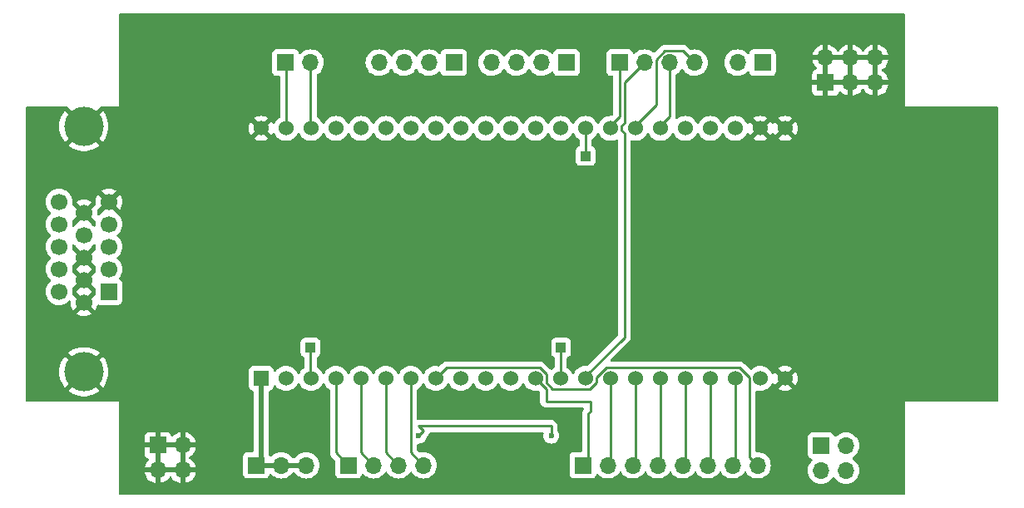
<source format=gbr>
%TF.GenerationSoftware,KiCad,Pcbnew,8.0.6*%
%TF.CreationDate,2025-01-21T08:23:12-05:00*%
%TF.ProjectId,vga_test,7667615f-7465-4737-942e-6b696361645f,rev?*%
%TF.SameCoordinates,Original*%
%TF.FileFunction,Copper,L2,Bot*%
%TF.FilePolarity,Positive*%
%FSLAX46Y46*%
G04 Gerber Fmt 4.6, Leading zero omitted, Abs format (unit mm)*
G04 Created by KiCad (PCBNEW 8.0.6) date 2025-01-21 08:23:12*
%MOMM*%
%LPD*%
G01*
G04 APERTURE LIST*
%TA.AperFunction,ComponentPad*%
%ADD10R,1.700000X1.700000*%
%TD*%
%TA.AperFunction,ComponentPad*%
%ADD11O,1.700000X1.700000*%
%TD*%
%TA.AperFunction,ComponentPad*%
%ADD12R,1.530000X1.530000*%
%TD*%
%TA.AperFunction,ComponentPad*%
%ADD13C,1.530000*%
%TD*%
%TA.AperFunction,ComponentPad*%
%ADD14C,4.000000*%
%TD*%
%TA.AperFunction,ComponentPad*%
%ADD15C,1.700000*%
%TD*%
%TA.AperFunction,SMDPad,CuDef*%
%ADD16R,1.000000X1.000000*%
%TD*%
%TA.AperFunction,ViaPad*%
%ADD17C,0.600000*%
%TD*%
%TA.AperFunction,Conductor*%
%ADD18C,0.250000*%
%TD*%
%TA.AperFunction,Conductor*%
%ADD19C,0.200000*%
%TD*%
%TA.AperFunction,Conductor*%
%ADD20C,0.500000*%
%TD*%
G04 APERTURE END LIST*
D10*
%TO.P,J12,1,Pin_1*%
%TO.N,/IO08*%
X107220000Y-96500000D03*
D11*
%TO.P,J12,2,Pin_2*%
%TO.N,/IO09*%
X109760000Y-96500000D03*
%TO.P,J12,3,Pin_3*%
%TO.N,/IO10*%
X112300000Y-96500000D03*
%TO.P,J12,4,Pin_4*%
%TO.N,/IO11*%
X114840000Y-96500000D03*
%TO.P,J12,5,Pin_5*%
%TO.N,/IO12*%
X117380000Y-96500000D03*
%TO.P,J12,6,Pin_6*%
%TO.N,/IO13*%
X119920000Y-96500000D03*
%TO.P,J12,7,Pin_7*%
%TO.N,/IO14*%
X122460000Y-96500000D03*
%TO.P,J12,8,Pin_8*%
%TO.N,/IO15*%
X125000000Y-96500000D03*
%TD*%
D10*
%TO.P,J4,1,Pin_1*%
%TO.N,/3v3*%
X73975000Y-96500000D03*
D11*
%TO.P,J4,2,Pin_2*%
X76515000Y-96500000D03*
%TO.P,J4,3,Pin_3*%
X79055000Y-96500000D03*
%TD*%
D10*
%TO.P,J3,1,Pin_1*%
%TO.N,/5v*%
X131460000Y-94500000D03*
D11*
%TO.P,J3,2,Pin_2*%
X134000000Y-94500000D03*
%TO.P,J3,3,Pin_3*%
X131460000Y-97040000D03*
%TO.P,J3,4,Pin_4*%
X134000000Y-97040000D03*
%TD*%
D12*
%TO.P,U1,J1_1,3V3*%
%TO.N,/3v3*%
X74470000Y-87660000D03*
D13*
%TO.P,U1,J1_2,3V3*%
X77010000Y-87660000D03*
%TO.P,U1,J1_3,RST*%
%TO.N,/RST*%
X79550000Y-87660000D03*
%TO.P,U1,J1_4,GPIO4*%
%TO.N,/IO04*%
X82090000Y-87660000D03*
%TO.P,U1,J1_5,GPIO5*%
%TO.N,/IO05*%
X84630000Y-87660000D03*
%TO.P,U1,J1_6,GPIO6*%
%TO.N,/IO06*%
X87170000Y-87660000D03*
%TO.P,U1,J1_7,GPIO7*%
%TO.N,/IO07*%
X89710000Y-87660000D03*
%TO.P,U1,J1_8,GPIO15*%
%TO.N,/IO15*%
X92250000Y-87660000D03*
%TO.P,U1,J1_9,GPIO16*%
%TO.N,/IO16*%
X94790000Y-87660000D03*
%TO.P,U1,J1_10,GPIO17*%
%TO.N,/IO17*%
X97330000Y-87660000D03*
%TO.P,U1,J1_11,GPIO18*%
%TO.N,/IO18*%
X99870000Y-87660000D03*
%TO.P,U1,J1_12,GPIO8*%
%TO.N,/IO08*%
X102410000Y-87660000D03*
%TO.P,U1,J1_13,GPIO3*%
%TO.N,/IO03*%
X104950000Y-87660000D03*
%TO.P,U1,J1_14,GPIO46*%
%TO.N,/IO46*%
X107490000Y-87660000D03*
%TO.P,U1,J1_15,GPIO9*%
%TO.N,/IO09*%
X110030000Y-87660000D03*
%TO.P,U1,J1_16,GPIO10*%
%TO.N,/IO10*%
X112570000Y-87660000D03*
%TO.P,U1,J1_17,GPIO11*%
%TO.N,/IO11*%
X115110000Y-87660000D03*
%TO.P,U1,J1_18,GPIO12*%
%TO.N,/IO12*%
X117650000Y-87660000D03*
%TO.P,U1,J1_19,GPIO13*%
%TO.N,/IO13*%
X120190000Y-87660000D03*
%TO.P,U1,J1_20,GPIO14*%
%TO.N,/IO14*%
X122730000Y-87660000D03*
%TO.P,U1,J1_21,5V0*%
%TO.N,/5v*%
X125270000Y-87660000D03*
%TO.P,U1,J1_22,GND*%
%TO.N,GND*%
X127810000Y-87660000D03*
%TO.P,U1,J3_1,GND*%
X74470000Y-62200000D03*
%TO.P,U1,J3_2,U0TXD/GPIO43*%
%TO.N,/IO43*%
X77010000Y-62200000D03*
%TO.P,U1,J3_3,U0RXD/GPIO44*%
%TO.N,/IO44*%
X79550000Y-62200000D03*
%TO.P,U1,J3_4,GPIO1*%
%TO.N,HSYNC*%
X82090000Y-62200000D03*
%TO.P,U1,J3_5,GPIO2*%
%TO.N,VSYNK*%
X84630000Y-62200000D03*
%TO.P,U1,J3_6,MTMS/GPIO42*%
%TO.N,/IO42*%
X87170000Y-62200000D03*
%TO.P,U1,J3_7,MTDI/GPIO41*%
%TO.N,/IO41*%
X89710000Y-62200000D03*
%TO.P,U1,J3_8,MTDO/GPIO40*%
%TO.N,/IO40*%
X92250000Y-62200000D03*
%TO.P,U1,J3_9,MTCK/GPIO39*%
%TO.N,/IO39*%
X94790000Y-62200000D03*
%TO.P,U1,J3_10,GPIO38*%
%TO.N,/IO38*%
X97330000Y-62200000D03*
%TO.P,U1,J3_11,GPIO37*%
%TO.N,/IO37*%
X99870000Y-62200000D03*
%TO.P,U1,J3_12,GPIO36*%
%TO.N,/IO36*%
X102410000Y-62200000D03*
%TO.P,U1,J3_13,GPIO35*%
%TO.N,/IO35*%
X104950000Y-62200000D03*
%TO.P,U1,J3_14,GPIO0*%
%TO.N,/IO00*%
X107490000Y-62200000D03*
%TO.P,U1,J3_15,GPIO45*%
%TO.N,/IO45*%
X110030000Y-62200000D03*
%TO.P,U1,J3_16,GPIO48*%
%TO.N,/IO48*%
X112570000Y-62200000D03*
%TO.P,U1,J3_17,GPIO47*%
%TO.N,/IO47*%
X115110000Y-62200000D03*
%TO.P,U1,J3_18,GPIO21*%
%TO.N,/IO21*%
X117650000Y-62200000D03*
%TO.P,U1,J3_19,USB_D+/GPIO20*%
%TO.N,/IO19*%
X120190000Y-62200000D03*
%TO.P,U1,J3_20,USB_D-/GPIO19*%
%TO.N,/IO20*%
X122730000Y-62200000D03*
%TO.P,U1,J3_21,GND*%
%TO.N,GND*%
X125270000Y-62200000D03*
%TO.P,U1,J3_22,GND*%
X127810000Y-62200000D03*
%TD*%
D10*
%TO.P,J11,1,Pin_1*%
%TO.N,GND*%
X63960000Y-94460000D03*
D11*
%TO.P,J11,2,Pin_2*%
X66500000Y-94460000D03*
%TO.P,J11,3,Pin_3*%
X63960000Y-97000000D03*
%TO.P,J11,4,Pin_4*%
X66500000Y-97000000D03*
%TD*%
D14*
%TO.P,J1,0*%
%TO.N,GND*%
X56430000Y-86990000D03*
X56430000Y-62000000D03*
D10*
%TO.P,J1,1*%
%TO.N,RED*%
X58970000Y-78825000D03*
D15*
%TO.P,J1,2*%
%TO.N,GREEN*%
X58970000Y-76535000D03*
%TO.P,J1,3*%
%TO.N,BLUE*%
X58970000Y-74245000D03*
%TO.P,J1,4*%
%TO.N,unconnected-(J1-Pad4)*%
X58970000Y-71955000D03*
%TO.P,J1,5*%
%TO.N,GND*%
X58970000Y-69665000D03*
%TO.P,J1,6*%
X56430000Y-79970000D03*
%TO.P,J1,7*%
X56430000Y-77680000D03*
%TO.P,J1,8*%
X56430000Y-75390000D03*
%TO.P,J1,9*%
%TO.N,unconnected-(J1-Pad9)*%
X56430000Y-73100000D03*
%TO.P,J1,10*%
%TO.N,GND*%
X56430000Y-70810000D03*
%TO.P,J1,11*%
%TO.N,unconnected-(J1-Pad11)*%
X53890000Y-78825000D03*
%TO.P,J1,12*%
%TO.N,unconnected-(J1-Pad12)*%
X53890000Y-76535000D03*
%TO.P,J1,13*%
%TO.N,Net-(J1-Pad13)*%
X53890000Y-74245000D03*
%TO.P,J1,14*%
%TO.N,Net-(J1-Pad14)*%
X53890000Y-71955000D03*
%TO.P,J1,15*%
%TO.N,unconnected-(J1-Pad15)*%
X53890000Y-69665000D03*
%TD*%
D10*
%TO.P,J2,1,Pin_1*%
%TO.N,GND*%
X131920000Y-57540000D03*
D11*
%TO.P,J2,2,Pin_2*%
X131920000Y-55000000D03*
%TO.P,J2,3,Pin_3*%
X134460000Y-57540000D03*
%TO.P,J2,4,Pin_4*%
X134460000Y-55000000D03*
%TO.P,J2,5,Pin_5*%
X137000000Y-57540000D03*
%TO.P,J2,6,Pin_6*%
X137000000Y-55000000D03*
%TD*%
D10*
%TO.P,J9,1,Pin_1*%
%TO.N,/IO20*%
X125500000Y-55500000D03*
D11*
%TO.P,J9,2,Pin_2*%
%TO.N,/IO19*%
X122960000Y-55500000D03*
%TD*%
D10*
%TO.P,J8,1,Pin_1*%
%TO.N,/IO43*%
X76960000Y-55500000D03*
D11*
%TO.P,J8,2,Pin_2*%
%TO.N,/IO44*%
X79500000Y-55500000D03*
%TD*%
D10*
%TO.P,J7,1,Pin_1*%
%TO.N,/IO39*%
X94080000Y-55500000D03*
D11*
%TO.P,J7,2,Pin_2*%
%TO.N,/IO40*%
X91540000Y-55500000D03*
%TO.P,J7,3,Pin_3*%
%TO.N,/IO41*%
X89000000Y-55500000D03*
%TO.P,J7,4,Pin_4*%
%TO.N,/IO42*%
X86460000Y-55500000D03*
%TD*%
D10*
%TO.P,J5,1,Pin_1*%
%TO.N,/IO35*%
X105540000Y-55500000D03*
D11*
%TO.P,J5,2,Pin_2*%
%TO.N,/IO36*%
X103000000Y-55500000D03*
%TO.P,J5,3,Pin_3*%
%TO.N,/IO37*%
X100460000Y-55500000D03*
%TO.P,J5,4,Pin_4*%
%TO.N,/IO38*%
X97920000Y-55500000D03*
%TD*%
D10*
%TO.P,J10,1,Pin_1*%
%TO.N,/IO04*%
X83380000Y-96500000D03*
D11*
%TO.P,J10,2,Pin_2*%
%TO.N,/IO05*%
X85920000Y-96500000D03*
%TO.P,J10,3,Pin_3*%
%TO.N,/IO06*%
X88460000Y-96500000D03*
%TO.P,J10,4,Pin_4*%
%TO.N,/IO07*%
X91000000Y-96500000D03*
%TD*%
D10*
%TO.P,J6,1,Pin_1*%
%TO.N,/IO45*%
X110960000Y-55500000D03*
D11*
%TO.P,J6,2,Pin_2*%
%TO.N,/IO46*%
X113500000Y-55500000D03*
%TO.P,J6,3,Pin_3*%
%TO.N,/IO47*%
X116040000Y-55500000D03*
%TO.P,J6,4,Pin_4*%
%TO.N,/IO48*%
X118580000Y-55500000D03*
%TD*%
D16*
%TO.P,TP1,1,1*%
%TO.N,/RST*%
X79500000Y-84500000D03*
%TD*%
%TO.P,TP3,1,1*%
%TO.N,/IO03*%
X105000000Y-84500000D03*
%TD*%
%TO.P,TP2,1,1*%
%TO.N,/IO00*%
X107510000Y-65010000D03*
%TD*%
D17*
%TO.N,RED*%
X90500000Y-93500000D03*
X104000000Y-93500000D03*
%TD*%
D18*
%TO.N,/IO15*%
X92250000Y-87660000D02*
X93340000Y-86570000D01*
X123181493Y-86570000D02*
X124180000Y-87568507D01*
X93340000Y-86570000D02*
X102861493Y-86570000D01*
X102861493Y-86570000D02*
X103500000Y-87208507D01*
X109578507Y-86570000D02*
X123181493Y-86570000D01*
X103500000Y-87208507D02*
X103500000Y-88111493D01*
X103500000Y-88111493D02*
X104138507Y-88750000D01*
X108580000Y-87568507D02*
X109578507Y-86570000D01*
X124180000Y-87568507D02*
X124180000Y-95680000D01*
X104138507Y-88750000D02*
X107941493Y-88750000D01*
X108580000Y-88111493D02*
X108580000Y-87568507D01*
X107941493Y-88750000D02*
X108580000Y-88111493D01*
X124180000Y-95680000D02*
X125000000Y-96500000D01*
%TO.N,/IO08*%
X102410000Y-87660000D02*
X103500000Y-88750000D01*
X103500000Y-90000000D02*
X108000000Y-90000000D01*
X103500000Y-88750000D02*
X103500000Y-90000000D01*
X108000000Y-90000000D02*
X108000000Y-91000000D01*
X107760000Y-91240000D02*
X107760000Y-96500000D01*
X108000000Y-91000000D02*
X107760000Y-91240000D01*
%TO.N,/IO14*%
X122730000Y-87660000D02*
X122730000Y-96330000D01*
D19*
X122730000Y-96330000D02*
X122875000Y-96475000D01*
D18*
%TO.N,/IO13*%
X120190000Y-87660000D02*
X120190000Y-96330000D01*
D19*
X120190000Y-96330000D02*
X120335000Y-96475000D01*
D18*
%TO.N,/IO00*%
X107490000Y-62200000D02*
X107490000Y-64990000D01*
X107490000Y-64990000D02*
X107510000Y-65010000D01*
%TO.N,RED*%
X104000000Y-93500000D02*
X104000000Y-92500000D01*
X104000000Y-92500000D02*
X90500000Y-92500000D01*
X90500000Y-92500000D02*
X91000000Y-93000000D01*
X90500000Y-93500000D02*
X91000000Y-93000000D01*
%TO.N,/IO04*%
X82090000Y-87660000D02*
X82090000Y-95210000D01*
X82090000Y-95210000D02*
X83380000Y-96500000D01*
%TO.N,/IO05*%
X84630000Y-87660000D02*
X84630000Y-95210000D01*
X84630000Y-95210000D02*
X85920000Y-96500000D01*
%TO.N,/IO06*%
X87170000Y-87660000D02*
X87170000Y-95210000D01*
X87170000Y-95210000D02*
X88460000Y-96500000D01*
%TO.N,/IO07*%
X89710000Y-87660000D02*
X89710000Y-95210000D01*
X89710000Y-95210000D02*
X91000000Y-96500000D01*
%TO.N,/IO09*%
X110030000Y-96150000D02*
X110380000Y-96500000D01*
X110030000Y-87660000D02*
X110030000Y-96150000D01*
%TO.N,/IO10*%
X112570000Y-87660000D02*
X112570000Y-96150000D01*
X112570000Y-96150000D02*
X112920000Y-96500000D01*
%TO.N,/IO11*%
X115110000Y-87660000D02*
X115110000Y-96150000D01*
X115110000Y-96150000D02*
X115460000Y-96500000D01*
%TO.N,/IO12*%
X117650000Y-87660000D02*
X117650000Y-96150000D01*
X117650000Y-96150000D02*
X118000000Y-96500000D01*
%TO.N,/RST*%
X79500000Y-87610000D02*
X79550000Y-87660000D01*
X79500000Y-84500000D02*
X79500000Y-87610000D01*
%TO.N,/IO00*%
X107500000Y-65000000D02*
X107510000Y-65010000D01*
%TO.N,/IO03*%
X104950000Y-84550000D02*
X105000000Y-84500000D01*
X104950000Y-87660000D02*
X104950000Y-84550000D01*
D20*
%TO.N,/3v3*%
X74470000Y-96945000D02*
X74500000Y-96975000D01*
D18*
X74500000Y-96975000D02*
X74475000Y-97000000D01*
D20*
X74475000Y-96500000D02*
X79555000Y-96500000D01*
X74470000Y-87430000D02*
X74470000Y-96945000D01*
D18*
%TO.N,/IO45*%
X110960000Y-55500000D02*
X110960000Y-61000000D01*
X110960000Y-61000000D02*
X110030000Y-61930000D01*
%TO.N,/IO46*%
X111510000Y-57490000D02*
X113500000Y-55500000D01*
X111120000Y-62000000D02*
X111510000Y-61610000D01*
X111510000Y-61610000D02*
X111510000Y-57490000D01*
X111440000Y-83480000D02*
X111440000Y-62701493D01*
X111440000Y-62701493D02*
X111120000Y-62381493D01*
X107490000Y-87430000D02*
X111440000Y-83480000D01*
X111120000Y-62381493D02*
X111120000Y-62000000D01*
%TO.N,/IO48*%
X115553299Y-54325000D02*
X114675000Y-55203299D01*
X117405000Y-54325000D02*
X115553299Y-54325000D01*
X114675000Y-55203299D02*
X114675000Y-59825000D01*
X118580000Y-55500000D02*
X117405000Y-54325000D01*
X114675000Y-59825000D02*
X112570000Y-61930000D01*
%TO.N,/IO47*%
X116040000Y-55500000D02*
X116040000Y-61000000D01*
X116040000Y-61000000D02*
X115110000Y-61930000D01*
%TO.N,/IO44*%
X79500000Y-61880000D02*
X79550000Y-61930000D01*
X79500000Y-55500000D02*
X79500000Y-61880000D01*
X79550000Y-55550000D02*
X79500000Y-55500000D01*
%TO.N,/IO43*%
X77040000Y-61900000D02*
X77040000Y-55580000D01*
X77010000Y-61930000D02*
X77040000Y-61900000D01*
X77040000Y-55580000D02*
X76960000Y-55500000D01*
%TD*%
%TA.AperFunction,Conductor*%
%TO.N,GND*%
G36*
X66034075Y-96807007D02*
G01*
X66000000Y-96934174D01*
X66000000Y-97065826D01*
X66034075Y-97192993D01*
X66066988Y-97250000D01*
X64393012Y-97250000D01*
X64425925Y-97192993D01*
X64460000Y-97065826D01*
X64460000Y-96934174D01*
X64425925Y-96807007D01*
X64393012Y-96750000D01*
X66066988Y-96750000D01*
X66034075Y-96807007D01*
G37*
%TD.AperFunction*%
%TA.AperFunction,Conductor*%
G36*
X64210000Y-96566988D02*
G01*
X64152993Y-96534075D01*
X64025826Y-96500000D01*
X63894174Y-96500000D01*
X63767007Y-96534075D01*
X63710000Y-96566988D01*
X63710000Y-94893012D01*
X63767007Y-94925925D01*
X63894174Y-94960000D01*
X64025826Y-94960000D01*
X64152993Y-94925925D01*
X64210000Y-94893012D01*
X64210000Y-96566988D01*
G37*
%TD.AperFunction*%
%TA.AperFunction,Conductor*%
G36*
X66750000Y-96566988D02*
G01*
X66692993Y-96534075D01*
X66565826Y-96500000D01*
X66434174Y-96500000D01*
X66307007Y-96534075D01*
X66250000Y-96566988D01*
X66250000Y-94893012D01*
X66307007Y-94925925D01*
X66434174Y-94960000D01*
X66565826Y-94960000D01*
X66692993Y-94925925D01*
X66750000Y-94893012D01*
X66750000Y-96566988D01*
G37*
%TD.AperFunction*%
%TA.AperFunction,Conductor*%
G36*
X66034075Y-94267007D02*
G01*
X66000000Y-94394174D01*
X66000000Y-94525826D01*
X66034075Y-94652993D01*
X66066988Y-94710000D01*
X64393012Y-94710000D01*
X64425925Y-94652993D01*
X64460000Y-94525826D01*
X64460000Y-94394174D01*
X64425925Y-94267007D01*
X64393012Y-94210000D01*
X66066988Y-94210000D01*
X66034075Y-94267007D01*
G37*
%TD.AperFunction*%
%TA.AperFunction,Conductor*%
G36*
X55917482Y-77892292D02*
G01*
X55989890Y-78017708D01*
X56092292Y-78120110D01*
X56217708Y-78192518D01*
X56259765Y-78203787D01*
X55668625Y-78794925D01*
X55670311Y-78814195D01*
X55670311Y-78835810D01*
X55668625Y-78855072D01*
X56259765Y-79446212D01*
X56217708Y-79457482D01*
X56092292Y-79529890D01*
X55989890Y-79632292D01*
X55917482Y-79757708D01*
X55906212Y-79799765D01*
X55299538Y-79193091D01*
X55289587Y-79191091D01*
X55239406Y-79142474D01*
X55223477Y-79074444D01*
X55224947Y-79061722D01*
X55225061Y-79060413D01*
X55225063Y-79060408D01*
X55245659Y-78825000D01*
X55225063Y-78589592D01*
X55225062Y-78589591D01*
X55224591Y-78584199D01*
X55225854Y-78584088D01*
X55232906Y-78520774D01*
X55276955Y-78466539D01*
X55296247Y-78460199D01*
X55906212Y-77850234D01*
X55917482Y-77892292D01*
G37*
%TD.AperFunction*%
%TA.AperFunction,Conductor*%
G36*
X57583181Y-78479629D02*
G01*
X57616666Y-78540952D01*
X57619500Y-78567310D01*
X57619500Y-79082689D01*
X57599815Y-79149728D01*
X57583181Y-79170370D01*
X56953787Y-79799764D01*
X56942518Y-79757708D01*
X56870110Y-79632292D01*
X56767708Y-79529890D01*
X56642292Y-79457482D01*
X56600234Y-79446212D01*
X57191372Y-78855073D01*
X57189687Y-78835811D01*
X57189687Y-78814194D01*
X57191372Y-78794925D01*
X56600234Y-78203787D01*
X56642292Y-78192518D01*
X56767708Y-78120110D01*
X56870110Y-78017708D01*
X56942518Y-77892292D01*
X56953787Y-77850235D01*
X57583181Y-78479629D01*
G37*
%TD.AperFunction*%
%TA.AperFunction,Conductor*%
G36*
X55917482Y-75602292D02*
G01*
X55989890Y-75727708D01*
X56092292Y-75830110D01*
X56217708Y-75902518D01*
X56259765Y-75913787D01*
X55668625Y-76504925D01*
X55670311Y-76524195D01*
X55670311Y-76545810D01*
X55668625Y-76565072D01*
X56259765Y-77156212D01*
X56217708Y-77167482D01*
X56092292Y-77239890D01*
X55989890Y-77342292D01*
X55917482Y-77467708D01*
X55906212Y-77509765D01*
X55299538Y-76903091D01*
X55289587Y-76901091D01*
X55239406Y-76852474D01*
X55223477Y-76784444D01*
X55224947Y-76771722D01*
X55225061Y-76770413D01*
X55225063Y-76770408D01*
X55245659Y-76535000D01*
X55225063Y-76299592D01*
X55225062Y-76299591D01*
X55224591Y-76294199D01*
X55225854Y-76294088D01*
X55232906Y-76230774D01*
X55276955Y-76176539D01*
X55296247Y-76170199D01*
X55906212Y-75560234D01*
X55917482Y-75602292D01*
G37*
%TD.AperFunction*%
%TA.AperFunction,Conductor*%
G36*
X57560455Y-76166903D02*
G01*
X57570406Y-76168903D01*
X57620589Y-76217518D01*
X57636523Y-76285546D01*
X57635050Y-76298298D01*
X57614341Y-76534999D01*
X57614341Y-76535000D01*
X57635409Y-76775801D01*
X57634148Y-76775911D01*
X57627086Y-76839239D01*
X57583030Y-76893468D01*
X57563750Y-76899800D01*
X56953787Y-77509764D01*
X56942518Y-77467708D01*
X56870110Y-77342292D01*
X56767708Y-77239890D01*
X56642292Y-77167482D01*
X56600234Y-77156212D01*
X57191372Y-76565073D01*
X57189687Y-76545811D01*
X57189687Y-76524194D01*
X57191372Y-76504925D01*
X56600234Y-75913787D01*
X56642292Y-75902518D01*
X56767708Y-75830110D01*
X56870110Y-75727708D01*
X56942518Y-75602292D01*
X56953787Y-75560235D01*
X57560455Y-76166903D01*
G37*
%TD.AperFunction*%
%TA.AperFunction,Conductor*%
G36*
X55431389Y-74013488D02*
G01*
X55446339Y-74026235D01*
X55525179Y-74105075D01*
X55558600Y-74138496D01*
X55614889Y-74177910D01*
X55658514Y-74232487D01*
X55664330Y-74270777D01*
X56259765Y-74866212D01*
X56217708Y-74877482D01*
X56092292Y-74949890D01*
X55989890Y-75052292D01*
X55917482Y-75177708D01*
X55906212Y-75219765D01*
X55299538Y-74613091D01*
X55289587Y-74611091D01*
X55239406Y-74562474D01*
X55223477Y-74494444D01*
X55224947Y-74481722D01*
X55225061Y-74480413D01*
X55225063Y-74480408D01*
X55245659Y-74245000D01*
X55235136Y-74124728D01*
X55248902Y-74056230D01*
X55297517Y-74006047D01*
X55365546Y-73990113D01*
X55431389Y-74013488D01*
G37*
%TD.AperFunction*%
%TA.AperFunction,Conductor*%
G36*
X57544668Y-73997740D02*
G01*
X57600601Y-74039611D01*
X57625019Y-74105075D01*
X57624863Y-74124729D01*
X57614341Y-74244997D01*
X57614341Y-74245000D01*
X57635409Y-74485801D01*
X57634148Y-74485911D01*
X57627086Y-74549239D01*
X57583030Y-74603468D01*
X57563750Y-74609800D01*
X56953787Y-75219764D01*
X56942518Y-75177708D01*
X56870110Y-75052292D01*
X56767708Y-74949890D01*
X56642292Y-74877482D01*
X56600234Y-74866212D01*
X57196867Y-74269579D01*
X57206472Y-74221792D01*
X57245109Y-74177911D01*
X57301401Y-74138495D01*
X57413655Y-74026240D01*
X57474976Y-73992756D01*
X57544668Y-73997740D01*
G37*
%TD.AperFunction*%
%TA.AperFunction,Conductor*%
G36*
X57560455Y-71586903D02*
G01*
X57570406Y-71588903D01*
X57620589Y-71637518D01*
X57636523Y-71705546D01*
X57635050Y-71718298D01*
X57614341Y-71954999D01*
X57614341Y-71955001D01*
X57624863Y-72075269D01*
X57611096Y-72143769D01*
X57562481Y-72193952D01*
X57494452Y-72209885D01*
X57428609Y-72186510D01*
X57413654Y-72173758D01*
X57383665Y-72143769D01*
X57301401Y-72061505D01*
X57301397Y-72061502D01*
X57301396Y-72061501D01*
X57245109Y-72022089D01*
X57201484Y-71967512D01*
X57195668Y-71929220D01*
X56600234Y-71333787D01*
X56642292Y-71322518D01*
X56767708Y-71250110D01*
X56870110Y-71147708D01*
X56942518Y-71022292D01*
X56953787Y-70980235D01*
X57560455Y-71586903D01*
G37*
%TD.AperFunction*%
%TA.AperFunction,Conductor*%
G36*
X55917482Y-71022292D02*
G01*
X55989890Y-71147708D01*
X56092292Y-71250110D01*
X56217708Y-71322518D01*
X56259765Y-71333787D01*
X55663131Y-71930419D01*
X55653527Y-71978207D01*
X55614891Y-72022088D01*
X55558601Y-72061503D01*
X55558595Y-72061508D01*
X55446344Y-72173758D01*
X55385021Y-72207242D01*
X55315329Y-72202257D01*
X55259396Y-72160386D01*
X55234980Y-72094921D01*
X55235135Y-72075276D01*
X55245659Y-71955000D01*
X55243403Y-71929220D01*
X55224591Y-71714199D01*
X55225854Y-71714088D01*
X55232906Y-71650774D01*
X55276955Y-71596539D01*
X55296247Y-71590199D01*
X55906212Y-70980234D01*
X55917482Y-71022292D01*
G37*
%TD.AperFunction*%
%TA.AperFunction,Conductor*%
G36*
X58457482Y-69877292D02*
G01*
X58529890Y-70002708D01*
X58632292Y-70105110D01*
X58757708Y-70177518D01*
X58799765Y-70188787D01*
X58203131Y-70785419D01*
X58193527Y-70833207D01*
X58154891Y-70877088D01*
X58098601Y-70916503D01*
X58098595Y-70916508D01*
X57985794Y-71029308D01*
X57924471Y-71062792D01*
X57854779Y-71057807D01*
X57798846Y-71015936D01*
X57774430Y-70950471D01*
X57774586Y-70930818D01*
X57785157Y-70810000D01*
X57785157Y-70809998D01*
X57764097Y-70569285D01*
X57765319Y-70569178D01*
X57772394Y-70505717D01*
X57816448Y-70451486D01*
X57836570Y-70444876D01*
X58446212Y-69835234D01*
X58457482Y-69877292D01*
G37*
%TD.AperFunction*%
%TA.AperFunction,Conductor*%
G36*
X133994075Y-57347007D02*
G01*
X133960000Y-57474174D01*
X133960000Y-57605826D01*
X133994075Y-57732993D01*
X134026988Y-57790000D01*
X132353012Y-57790000D01*
X132385925Y-57732993D01*
X132420000Y-57605826D01*
X132420000Y-57474174D01*
X132385925Y-57347007D01*
X132353012Y-57290000D01*
X134026988Y-57290000D01*
X133994075Y-57347007D01*
G37*
%TD.AperFunction*%
%TA.AperFunction,Conductor*%
G36*
X136534075Y-57347007D02*
G01*
X136500000Y-57474174D01*
X136500000Y-57605826D01*
X136534075Y-57732993D01*
X136566988Y-57790000D01*
X134893012Y-57790000D01*
X134925925Y-57732993D01*
X134960000Y-57605826D01*
X134960000Y-57474174D01*
X134925925Y-57347007D01*
X134893012Y-57290000D01*
X136566988Y-57290000D01*
X136534075Y-57347007D01*
G37*
%TD.AperFunction*%
%TA.AperFunction,Conductor*%
G36*
X132170000Y-57106988D02*
G01*
X132112993Y-57074075D01*
X131985826Y-57040000D01*
X131854174Y-57040000D01*
X131727007Y-57074075D01*
X131670000Y-57106988D01*
X131670000Y-55433012D01*
X131727007Y-55465925D01*
X131854174Y-55500000D01*
X131985826Y-55500000D01*
X132112993Y-55465925D01*
X132170000Y-55433012D01*
X132170000Y-57106988D01*
G37*
%TD.AperFunction*%
%TA.AperFunction,Conductor*%
G36*
X134710000Y-57106988D02*
G01*
X134652993Y-57074075D01*
X134525826Y-57040000D01*
X134394174Y-57040000D01*
X134267007Y-57074075D01*
X134210000Y-57106988D01*
X134210000Y-55433012D01*
X134267007Y-55465925D01*
X134394174Y-55500000D01*
X134525826Y-55500000D01*
X134652993Y-55465925D01*
X134710000Y-55433012D01*
X134710000Y-57106988D01*
G37*
%TD.AperFunction*%
%TA.AperFunction,Conductor*%
G36*
X137250000Y-57106988D02*
G01*
X137192993Y-57074075D01*
X137065826Y-57040000D01*
X136934174Y-57040000D01*
X136807007Y-57074075D01*
X136750000Y-57106988D01*
X136750000Y-55433012D01*
X136807007Y-55465925D01*
X136934174Y-55500000D01*
X137065826Y-55500000D01*
X137192993Y-55465925D01*
X137250000Y-55433012D01*
X137250000Y-57106988D01*
G37*
%TD.AperFunction*%
%TA.AperFunction,Conductor*%
G36*
X133994075Y-54807007D02*
G01*
X133960000Y-54934174D01*
X133960000Y-55065826D01*
X133994075Y-55192993D01*
X134026988Y-55250000D01*
X132353012Y-55250000D01*
X132385925Y-55192993D01*
X132420000Y-55065826D01*
X132420000Y-54934174D01*
X132385925Y-54807007D01*
X132353012Y-54750000D01*
X134026988Y-54750000D01*
X133994075Y-54807007D01*
G37*
%TD.AperFunction*%
%TA.AperFunction,Conductor*%
G36*
X136534075Y-54807007D02*
G01*
X136500000Y-54934174D01*
X136500000Y-55065826D01*
X136534075Y-55192993D01*
X136566988Y-55250000D01*
X134893012Y-55250000D01*
X134925925Y-55192993D01*
X134960000Y-55065826D01*
X134960000Y-54934174D01*
X134925925Y-54807007D01*
X134893012Y-54750000D01*
X136566988Y-54750000D01*
X136534075Y-54807007D01*
G37*
%TD.AperFunction*%
%TA.AperFunction,Conductor*%
G36*
X139943039Y-50520185D02*
G01*
X139988794Y-50572989D01*
X140000000Y-50624500D01*
X140000000Y-60000000D01*
X149375500Y-60000000D01*
X149442539Y-60019685D01*
X149488294Y-60072489D01*
X149499500Y-60124000D01*
X149499500Y-89876000D01*
X149479815Y-89943039D01*
X149427011Y-89988794D01*
X149375500Y-90000000D01*
X140000000Y-90000000D01*
X140000000Y-99375500D01*
X139980315Y-99442539D01*
X139927511Y-99488294D01*
X139876000Y-99499500D01*
X60124000Y-99499500D01*
X60056961Y-99479815D01*
X60011206Y-99427011D01*
X60000000Y-99375500D01*
X60000000Y-93562155D01*
X62610000Y-93562155D01*
X62610000Y-94210000D01*
X63526988Y-94210000D01*
X63494075Y-94267007D01*
X63460000Y-94394174D01*
X63460000Y-94525826D01*
X63494075Y-94652993D01*
X63526988Y-94710000D01*
X62610000Y-94710000D01*
X62610000Y-95357844D01*
X62616401Y-95417372D01*
X62616403Y-95417379D01*
X62666645Y-95552086D01*
X62666649Y-95552093D01*
X62752809Y-95667187D01*
X62752812Y-95667190D01*
X62867906Y-95753350D01*
X62867913Y-95753354D01*
X62999986Y-95802614D01*
X63055920Y-95844485D01*
X63080337Y-95909949D01*
X63065486Y-95978222D01*
X63044335Y-96006477D01*
X62921886Y-96128926D01*
X62786400Y-96322420D01*
X62786399Y-96322422D01*
X62686570Y-96536507D01*
X62686567Y-96536513D01*
X62629364Y-96749999D01*
X62629364Y-96750000D01*
X63526988Y-96750000D01*
X63494075Y-96807007D01*
X63460000Y-96934174D01*
X63460000Y-97065826D01*
X63494075Y-97192993D01*
X63526988Y-97250000D01*
X62629364Y-97250000D01*
X62686567Y-97463486D01*
X62686570Y-97463492D01*
X62786399Y-97677578D01*
X62921894Y-97871082D01*
X63088917Y-98038105D01*
X63282421Y-98173600D01*
X63496507Y-98273429D01*
X63496516Y-98273433D01*
X63710000Y-98330634D01*
X63710000Y-97433012D01*
X63767007Y-97465925D01*
X63894174Y-97500000D01*
X64025826Y-97500000D01*
X64152993Y-97465925D01*
X64210000Y-97433012D01*
X64210000Y-98330633D01*
X64423483Y-98273433D01*
X64423492Y-98273429D01*
X64637578Y-98173600D01*
X64831082Y-98038105D01*
X64998105Y-97871082D01*
X65128425Y-97684968D01*
X65183002Y-97641344D01*
X65252501Y-97634151D01*
X65314855Y-97665673D01*
X65331575Y-97684968D01*
X65461894Y-97871082D01*
X65628917Y-98038105D01*
X65822421Y-98173600D01*
X66036507Y-98273429D01*
X66036516Y-98273433D01*
X66250000Y-98330634D01*
X66250000Y-97433012D01*
X66307007Y-97465925D01*
X66434174Y-97500000D01*
X66565826Y-97500000D01*
X66692993Y-97465925D01*
X66750000Y-97433012D01*
X66750000Y-98330633D01*
X66963483Y-98273433D01*
X66963492Y-98273429D01*
X67177578Y-98173600D01*
X67371082Y-98038105D01*
X67538105Y-97871082D01*
X67673600Y-97677578D01*
X67773429Y-97463492D01*
X67773432Y-97463486D01*
X67830636Y-97250000D01*
X66933012Y-97250000D01*
X66965925Y-97192993D01*
X67000000Y-97065826D01*
X67000000Y-96934174D01*
X66965925Y-96807007D01*
X66933012Y-96750000D01*
X67830636Y-96750000D01*
X67830635Y-96749999D01*
X67773432Y-96536513D01*
X67773429Y-96536507D01*
X67673600Y-96322422D01*
X67673599Y-96322420D01*
X67538113Y-96128926D01*
X67538108Y-96128920D01*
X67371082Y-95961894D01*
X67184968Y-95831575D01*
X67141344Y-95776998D01*
X67134151Y-95707499D01*
X67165673Y-95645145D01*
X67184968Y-95628425D01*
X67222514Y-95602135D01*
X72624500Y-95602135D01*
X72624500Y-97397870D01*
X72624501Y-97397876D01*
X72630908Y-97457483D01*
X72681202Y-97592328D01*
X72681206Y-97592335D01*
X72767452Y-97707544D01*
X72767455Y-97707547D01*
X72882664Y-97793793D01*
X72882671Y-97793797D01*
X73017517Y-97844091D01*
X73017516Y-97844091D01*
X73024444Y-97844835D01*
X73077127Y-97850500D01*
X74872872Y-97850499D01*
X74932483Y-97844091D01*
X75067331Y-97793796D01*
X75182546Y-97707546D01*
X75268796Y-97592331D01*
X75317810Y-97460916D01*
X75359681Y-97404984D01*
X75425145Y-97380566D01*
X75493418Y-97395417D01*
X75521673Y-97416569D01*
X75643599Y-97538495D01*
X75740384Y-97606265D01*
X75837165Y-97674032D01*
X75837167Y-97674033D01*
X75837170Y-97674035D01*
X76051337Y-97773903D01*
X76279592Y-97835063D01*
X76456034Y-97850500D01*
X76514999Y-97855659D01*
X76515000Y-97855659D01*
X76515001Y-97855659D01*
X76573966Y-97850500D01*
X76750408Y-97835063D01*
X76978663Y-97773903D01*
X77192830Y-97674035D01*
X77386401Y-97538495D01*
X77553495Y-97371401D01*
X77601127Y-97303376D01*
X77655704Y-97259751D01*
X77702701Y-97250500D01*
X77867299Y-97250500D01*
X77934338Y-97270185D01*
X77968873Y-97303376D01*
X78016501Y-97371395D01*
X78016505Y-97371401D01*
X78183599Y-97538495D01*
X78280384Y-97606265D01*
X78377165Y-97674032D01*
X78377167Y-97674033D01*
X78377170Y-97674035D01*
X78591337Y-97773903D01*
X78819592Y-97835063D01*
X78996034Y-97850500D01*
X79054999Y-97855659D01*
X79055000Y-97855659D01*
X79055001Y-97855659D01*
X79113966Y-97850500D01*
X79290408Y-97835063D01*
X79518663Y-97773903D01*
X79732830Y-97674035D01*
X79926401Y-97538495D01*
X80093495Y-97371401D01*
X80229035Y-97177830D01*
X80328903Y-96963663D01*
X80390063Y-96735408D01*
X80410659Y-96500000D01*
X80390063Y-96264592D01*
X80331673Y-96046674D01*
X80328905Y-96036344D01*
X80328904Y-96036343D01*
X80328903Y-96036337D01*
X80229035Y-95822171D01*
X80223425Y-95814158D01*
X80093494Y-95628597D01*
X79926402Y-95461506D01*
X79926395Y-95461501D01*
X79732834Y-95325967D01*
X79732830Y-95325965D01*
X79660972Y-95292457D01*
X79518663Y-95226097D01*
X79518659Y-95226096D01*
X79518655Y-95226094D01*
X79290413Y-95164938D01*
X79290403Y-95164936D01*
X79055001Y-95144341D01*
X79054999Y-95144341D01*
X78819596Y-95164936D01*
X78819586Y-95164938D01*
X78591344Y-95226094D01*
X78591337Y-95226096D01*
X78591337Y-95226097D01*
X78582259Y-95230330D01*
X78377171Y-95325964D01*
X78377169Y-95325965D01*
X78183597Y-95461505D01*
X78016506Y-95628596D01*
X77968874Y-95696623D01*
X77914297Y-95740248D01*
X77867299Y-95749500D01*
X77702701Y-95749500D01*
X77635662Y-95729815D01*
X77601126Y-95696623D01*
X77553494Y-95628597D01*
X77386402Y-95461506D01*
X77386395Y-95461501D01*
X77192834Y-95325967D01*
X77192830Y-95325965D01*
X77120972Y-95292457D01*
X76978663Y-95226097D01*
X76978659Y-95226096D01*
X76978655Y-95226094D01*
X76750413Y-95164938D01*
X76750403Y-95164936D01*
X76515001Y-95144341D01*
X76514999Y-95144341D01*
X76279596Y-95164936D01*
X76279586Y-95164938D01*
X76051344Y-95226094D01*
X76051337Y-95226096D01*
X76051337Y-95226097D01*
X76042259Y-95230330D01*
X75837171Y-95325964D01*
X75837169Y-95325965D01*
X75643600Y-95461503D01*
X75521673Y-95583430D01*
X75460350Y-95616914D01*
X75390658Y-95611930D01*
X75334725Y-95570058D01*
X75317810Y-95539081D01*
X75268796Y-95407669D01*
X75245232Y-95376191D01*
X75220816Y-95310726D01*
X75220500Y-95301881D01*
X75220500Y-89043588D01*
X75240185Y-88976549D01*
X75292989Y-88930794D01*
X75331251Y-88920298D01*
X75342483Y-88919091D01*
X75477331Y-88868796D01*
X75592546Y-88782546D01*
X75678796Y-88667331D01*
X75729091Y-88532483D01*
X75735500Y-88472873D01*
X75735499Y-88439434D01*
X75755182Y-88372398D01*
X75807984Y-88326642D01*
X75877143Y-88316697D01*
X75940699Y-88345720D01*
X75961073Y-88368311D01*
X76036862Y-88476547D01*
X76036868Y-88476555D01*
X76193445Y-88633132D01*
X76374833Y-88760142D01*
X76426988Y-88784462D01*
X76575513Y-88853720D01*
X76575515Y-88853720D01*
X76575520Y-88853723D01*
X76789409Y-88911035D01*
X76946974Y-88924820D01*
X77009998Y-88930334D01*
X77010000Y-88930334D01*
X77010002Y-88930334D01*
X77065265Y-88925499D01*
X77230591Y-88911035D01*
X77444480Y-88853723D01*
X77645167Y-88760142D01*
X77826555Y-88633132D01*
X77983132Y-88476555D01*
X78110142Y-88295167D01*
X78167618Y-88171907D01*
X78213790Y-88119468D01*
X78280983Y-88100316D01*
X78347864Y-88120531D01*
X78392381Y-88171907D01*
X78449858Y-88295167D01*
X78576868Y-88476555D01*
X78733445Y-88633132D01*
X78914833Y-88760142D01*
X78966988Y-88784462D01*
X79115513Y-88853720D01*
X79115515Y-88853720D01*
X79115520Y-88853723D01*
X79329409Y-88911035D01*
X79486974Y-88924820D01*
X79549998Y-88930334D01*
X79550000Y-88930334D01*
X79550002Y-88930334D01*
X79605265Y-88925499D01*
X79770591Y-88911035D01*
X79984480Y-88853723D01*
X80185167Y-88760142D01*
X80366555Y-88633132D01*
X80523132Y-88476555D01*
X80650142Y-88295167D01*
X80707618Y-88171907D01*
X80753790Y-88119468D01*
X80820983Y-88100316D01*
X80887864Y-88120531D01*
X80932381Y-88171907D01*
X80989858Y-88295167D01*
X81116868Y-88476555D01*
X81273445Y-88633132D01*
X81411624Y-88729886D01*
X81455248Y-88784462D01*
X81464500Y-88831460D01*
X81464500Y-95271607D01*
X81468646Y-95292449D01*
X81468646Y-95292453D01*
X81488535Y-95392446D01*
X81488536Y-95392450D01*
X81488537Y-95392452D01*
X81494840Y-95407669D01*
X81535685Y-95506281D01*
X81535688Y-95506286D01*
X81557208Y-95538492D01*
X81557209Y-95538495D01*
X81557210Y-95538495D01*
X81604140Y-95608731D01*
X81604141Y-95608732D01*
X81604142Y-95608733D01*
X81691267Y-95695858D01*
X81691268Y-95695858D01*
X81698335Y-95702925D01*
X81698334Y-95702925D01*
X81698338Y-95702928D01*
X81993181Y-95997771D01*
X82026666Y-96059094D01*
X82029500Y-96085452D01*
X82029500Y-97397870D01*
X82029501Y-97397876D01*
X82035908Y-97457483D01*
X82086202Y-97592328D01*
X82086206Y-97592335D01*
X82172452Y-97707544D01*
X82172455Y-97707547D01*
X82287664Y-97793793D01*
X82287671Y-97793797D01*
X82422517Y-97844091D01*
X82422516Y-97844091D01*
X82429444Y-97844835D01*
X82482127Y-97850500D01*
X84277872Y-97850499D01*
X84337483Y-97844091D01*
X84472331Y-97793796D01*
X84587546Y-97707546D01*
X84673796Y-97592331D01*
X84722810Y-97460916D01*
X84764681Y-97404984D01*
X84830145Y-97380566D01*
X84898418Y-97395417D01*
X84926673Y-97416569D01*
X85048599Y-97538495D01*
X85145384Y-97606265D01*
X85242165Y-97674032D01*
X85242167Y-97674033D01*
X85242170Y-97674035D01*
X85456337Y-97773903D01*
X85684592Y-97835063D01*
X85861034Y-97850500D01*
X85919999Y-97855659D01*
X85920000Y-97855659D01*
X85920001Y-97855659D01*
X85978966Y-97850500D01*
X86155408Y-97835063D01*
X86383663Y-97773903D01*
X86597830Y-97674035D01*
X86791401Y-97538495D01*
X86958495Y-97371401D01*
X87088425Y-97185842D01*
X87143002Y-97142217D01*
X87212500Y-97135023D01*
X87274855Y-97166546D01*
X87291575Y-97185842D01*
X87421500Y-97371395D01*
X87421505Y-97371401D01*
X87588599Y-97538495D01*
X87685384Y-97606265D01*
X87782165Y-97674032D01*
X87782167Y-97674033D01*
X87782170Y-97674035D01*
X87996337Y-97773903D01*
X88224592Y-97835063D01*
X88401034Y-97850500D01*
X88459999Y-97855659D01*
X88460000Y-97855659D01*
X88460001Y-97855659D01*
X88518966Y-97850500D01*
X88695408Y-97835063D01*
X88923663Y-97773903D01*
X89137830Y-97674035D01*
X89331401Y-97538495D01*
X89498495Y-97371401D01*
X89628425Y-97185842D01*
X89683002Y-97142217D01*
X89752500Y-97135023D01*
X89814855Y-97166546D01*
X89831575Y-97185842D01*
X89961500Y-97371395D01*
X89961505Y-97371401D01*
X90128599Y-97538495D01*
X90225384Y-97606265D01*
X90322165Y-97674032D01*
X90322167Y-97674033D01*
X90322170Y-97674035D01*
X90536337Y-97773903D01*
X90764592Y-97835063D01*
X90941034Y-97850500D01*
X90999999Y-97855659D01*
X91000000Y-97855659D01*
X91000001Y-97855659D01*
X91058966Y-97850500D01*
X91235408Y-97835063D01*
X91463663Y-97773903D01*
X91677830Y-97674035D01*
X91871401Y-97538495D01*
X92038495Y-97371401D01*
X92174035Y-97177830D01*
X92273903Y-96963663D01*
X92335063Y-96735408D01*
X92355659Y-96500000D01*
X92335063Y-96264592D01*
X92276673Y-96046674D01*
X92273905Y-96036344D01*
X92273904Y-96036343D01*
X92273903Y-96036337D01*
X92174035Y-95822171D01*
X92168425Y-95814158D01*
X92038494Y-95628597D01*
X91871402Y-95461506D01*
X91871395Y-95461501D01*
X91677834Y-95325967D01*
X91677830Y-95325965D01*
X91605972Y-95292457D01*
X91463663Y-95226097D01*
X91463659Y-95226096D01*
X91463655Y-95226094D01*
X91235413Y-95164938D01*
X91235403Y-95164936D01*
X91000001Y-95144341D01*
X90999999Y-95144341D01*
X90764596Y-95164936D01*
X90764586Y-95164938D01*
X90664126Y-95191856D01*
X90594276Y-95190193D01*
X90544352Y-95159762D01*
X90371819Y-94987228D01*
X90338334Y-94925905D01*
X90335500Y-94899547D01*
X90335500Y-94425786D01*
X90355185Y-94358747D01*
X90407989Y-94312992D01*
X90473384Y-94302566D01*
X90489039Y-94304330D01*
X90499999Y-94305565D01*
X90500000Y-94305565D01*
X90500004Y-94305565D01*
X90679249Y-94285369D01*
X90679252Y-94285368D01*
X90679255Y-94285368D01*
X90849522Y-94225789D01*
X91002262Y-94129816D01*
X91129816Y-94002262D01*
X91225789Y-93849522D01*
X91285368Y-93679255D01*
X91290672Y-93632173D01*
X91317737Y-93567763D01*
X91326190Y-93558398D01*
X91485857Y-93398733D01*
X91522976Y-93343182D01*
X91554312Y-93296286D01*
X91566382Y-93267147D01*
X91593347Y-93202048D01*
X91637188Y-93147644D01*
X91703482Y-93125579D01*
X91707908Y-93125500D01*
X103108189Y-93125500D01*
X103175228Y-93145185D01*
X103220983Y-93197989D01*
X103230927Y-93267147D01*
X103225230Y-93290455D01*
X103214633Y-93320737D01*
X103214630Y-93320750D01*
X103194435Y-93499996D01*
X103194435Y-93500003D01*
X103214630Y-93679249D01*
X103214631Y-93679254D01*
X103274211Y-93849523D01*
X103343629Y-93960000D01*
X103370184Y-94002262D01*
X103497738Y-94129816D01*
X103650478Y-94225789D01*
X103820745Y-94285368D01*
X103820750Y-94285369D01*
X103999996Y-94305565D01*
X104000000Y-94305565D01*
X104000004Y-94305565D01*
X104179249Y-94285369D01*
X104179252Y-94285368D01*
X104179255Y-94285368D01*
X104349522Y-94225789D01*
X104502262Y-94129816D01*
X104629816Y-94002262D01*
X104725789Y-93849522D01*
X104785368Y-93679255D01*
X104785369Y-93679249D01*
X104805565Y-93500003D01*
X104805565Y-93499996D01*
X104785369Y-93320750D01*
X104785368Y-93320745D01*
X104761596Y-93252809D01*
X104725789Y-93150478D01*
X104725174Y-93149500D01*
X104644506Y-93021117D01*
X104625500Y-92955145D01*
X104625500Y-92438393D01*
X104625499Y-92438389D01*
X104601464Y-92317555D01*
X104601463Y-92317548D01*
X104554311Y-92203714D01*
X104554310Y-92203713D01*
X104554307Y-92203707D01*
X104485858Y-92101267D01*
X104485855Y-92101263D01*
X104398736Y-92014144D01*
X104398732Y-92014141D01*
X104296292Y-91945692D01*
X104296283Y-91945687D01*
X104182454Y-91898538D01*
X104182455Y-91898538D01*
X104182452Y-91898537D01*
X104182448Y-91898536D01*
X104182444Y-91898535D01*
X104061610Y-91874500D01*
X104061606Y-91874500D01*
X90561607Y-91874500D01*
X90459500Y-91874500D01*
X90392461Y-91854815D01*
X90346706Y-91802011D01*
X90335500Y-91750500D01*
X90335500Y-88831460D01*
X90355185Y-88764421D01*
X90388374Y-88729887D01*
X90526555Y-88633132D01*
X90683132Y-88476555D01*
X90810142Y-88295167D01*
X90867618Y-88171907D01*
X90913790Y-88119468D01*
X90980983Y-88100316D01*
X91047864Y-88120531D01*
X91092381Y-88171907D01*
X91149858Y-88295167D01*
X91276868Y-88476555D01*
X91433445Y-88633132D01*
X91614833Y-88760142D01*
X91666988Y-88784462D01*
X91815513Y-88853720D01*
X91815515Y-88853720D01*
X91815520Y-88853723D01*
X92029409Y-88911035D01*
X92186974Y-88924820D01*
X92249998Y-88930334D01*
X92250000Y-88930334D01*
X92250002Y-88930334D01*
X92305265Y-88925499D01*
X92470591Y-88911035D01*
X92684480Y-88853723D01*
X92885167Y-88760142D01*
X93066555Y-88633132D01*
X93223132Y-88476555D01*
X93350142Y-88295167D01*
X93407618Y-88171907D01*
X93453790Y-88119468D01*
X93520983Y-88100316D01*
X93587864Y-88120531D01*
X93632381Y-88171907D01*
X93689858Y-88295167D01*
X93816868Y-88476555D01*
X93973445Y-88633132D01*
X94154833Y-88760142D01*
X94206988Y-88784462D01*
X94355513Y-88853720D01*
X94355515Y-88853720D01*
X94355520Y-88853723D01*
X94569409Y-88911035D01*
X94726974Y-88924820D01*
X94789998Y-88930334D01*
X94790000Y-88930334D01*
X94790002Y-88930334D01*
X94845265Y-88925499D01*
X95010591Y-88911035D01*
X95224480Y-88853723D01*
X95425167Y-88760142D01*
X95606555Y-88633132D01*
X95763132Y-88476555D01*
X95890142Y-88295167D01*
X95947618Y-88171907D01*
X95993790Y-88119468D01*
X96060983Y-88100316D01*
X96127864Y-88120531D01*
X96172381Y-88171907D01*
X96229858Y-88295167D01*
X96356868Y-88476555D01*
X96513445Y-88633132D01*
X96694833Y-88760142D01*
X96746988Y-88784462D01*
X96895513Y-88853720D01*
X96895515Y-88853720D01*
X96895520Y-88853723D01*
X97109409Y-88911035D01*
X97266974Y-88924820D01*
X97329998Y-88930334D01*
X97330000Y-88930334D01*
X97330002Y-88930334D01*
X97385265Y-88925499D01*
X97550591Y-88911035D01*
X97764480Y-88853723D01*
X97965167Y-88760142D01*
X98146555Y-88633132D01*
X98303132Y-88476555D01*
X98430142Y-88295167D01*
X98487618Y-88171907D01*
X98533790Y-88119468D01*
X98600983Y-88100316D01*
X98667864Y-88120531D01*
X98712381Y-88171907D01*
X98769858Y-88295167D01*
X98896868Y-88476555D01*
X99053445Y-88633132D01*
X99234833Y-88760142D01*
X99286988Y-88784462D01*
X99435513Y-88853720D01*
X99435515Y-88853720D01*
X99435520Y-88853723D01*
X99649409Y-88911035D01*
X99806974Y-88924820D01*
X99869998Y-88930334D01*
X99870000Y-88930334D01*
X99870002Y-88930334D01*
X99925265Y-88925499D01*
X100090591Y-88911035D01*
X100304480Y-88853723D01*
X100505167Y-88760142D01*
X100686555Y-88633132D01*
X100843132Y-88476555D01*
X100970142Y-88295167D01*
X101027618Y-88171907D01*
X101073790Y-88119468D01*
X101140983Y-88100316D01*
X101207864Y-88120531D01*
X101252381Y-88171907D01*
X101309858Y-88295167D01*
X101436868Y-88476555D01*
X101593445Y-88633132D01*
X101774833Y-88760142D01*
X101826988Y-88784462D01*
X101975513Y-88853720D01*
X101975515Y-88853720D01*
X101975520Y-88853723D01*
X102189409Y-88911035D01*
X102346974Y-88924820D01*
X102409998Y-88930334D01*
X102410000Y-88930334D01*
X102410002Y-88930334D01*
X102465265Y-88925499D01*
X102630591Y-88911035D01*
X102676471Y-88898741D01*
X102746319Y-88900404D01*
X102796245Y-88930835D01*
X102838181Y-88972771D01*
X102871666Y-89034094D01*
X102874500Y-89060452D01*
X102874500Y-90061610D01*
X102898535Y-90182444D01*
X102898538Y-90182454D01*
X102945687Y-90296283D01*
X102945692Y-90296292D01*
X103014141Y-90398732D01*
X103014144Y-90398736D01*
X103101263Y-90485855D01*
X103101267Y-90485858D01*
X103203707Y-90554307D01*
X103203713Y-90554310D01*
X103203714Y-90554311D01*
X103317548Y-90601463D01*
X103438389Y-90625499D01*
X103438393Y-90625500D01*
X103438394Y-90625500D01*
X103561606Y-90625500D01*
X107190547Y-90625500D01*
X107257586Y-90645185D01*
X107303341Y-90697989D01*
X107313285Y-90767147D01*
X107284260Y-90830703D01*
X107278228Y-90837181D01*
X107274144Y-90841264D01*
X107274138Y-90841272D01*
X107205692Y-90943705D01*
X107205684Y-90943719D01*
X107172347Y-91024207D01*
X107166823Y-91037543D01*
X107158537Y-91057545D01*
X107158535Y-91057553D01*
X107134500Y-91178389D01*
X107134500Y-95025500D01*
X107114815Y-95092539D01*
X107062011Y-95138294D01*
X107010500Y-95149500D01*
X106322129Y-95149500D01*
X106322123Y-95149501D01*
X106262516Y-95155908D01*
X106127671Y-95206202D01*
X106127664Y-95206206D01*
X106012455Y-95292452D01*
X106012452Y-95292455D01*
X105926206Y-95407664D01*
X105926204Y-95407669D01*
X105875908Y-95542517D01*
X105869501Y-95602116D01*
X105869500Y-95602135D01*
X105869500Y-97397870D01*
X105869501Y-97397876D01*
X105875908Y-97457483D01*
X105926202Y-97592328D01*
X105926206Y-97592335D01*
X106012452Y-97707544D01*
X106012455Y-97707547D01*
X106127664Y-97793793D01*
X106127671Y-97793797D01*
X106262517Y-97844091D01*
X106262516Y-97844091D01*
X106269444Y-97844835D01*
X106322127Y-97850500D01*
X108117872Y-97850499D01*
X108177483Y-97844091D01*
X108312331Y-97793796D01*
X108427546Y-97707546D01*
X108513796Y-97592331D01*
X108562810Y-97460916D01*
X108604681Y-97404984D01*
X108670145Y-97380566D01*
X108738418Y-97395417D01*
X108766673Y-97416569D01*
X108888599Y-97538495D01*
X108985384Y-97606265D01*
X109082165Y-97674032D01*
X109082167Y-97674033D01*
X109082170Y-97674035D01*
X109296337Y-97773903D01*
X109524592Y-97835063D01*
X109701034Y-97850500D01*
X109759999Y-97855659D01*
X109760000Y-97855659D01*
X109760001Y-97855659D01*
X109818966Y-97850500D01*
X109995408Y-97835063D01*
X110223663Y-97773903D01*
X110437830Y-97674035D01*
X110631401Y-97538495D01*
X110798495Y-97371401D01*
X110928425Y-97185842D01*
X110983002Y-97142217D01*
X111052500Y-97135023D01*
X111114855Y-97166546D01*
X111131575Y-97185842D01*
X111261500Y-97371395D01*
X111261505Y-97371401D01*
X111428599Y-97538495D01*
X111525384Y-97606265D01*
X111622165Y-97674032D01*
X111622167Y-97674033D01*
X111622170Y-97674035D01*
X111836337Y-97773903D01*
X112064592Y-97835063D01*
X112241034Y-97850500D01*
X112299999Y-97855659D01*
X112300000Y-97855659D01*
X112300001Y-97855659D01*
X112358966Y-97850500D01*
X112535408Y-97835063D01*
X112763663Y-97773903D01*
X112977830Y-97674035D01*
X113171401Y-97538495D01*
X113338495Y-97371401D01*
X113468425Y-97185842D01*
X113523002Y-97142217D01*
X113592500Y-97135023D01*
X113654855Y-97166546D01*
X113671575Y-97185842D01*
X113801500Y-97371395D01*
X113801505Y-97371401D01*
X113968599Y-97538495D01*
X114065384Y-97606265D01*
X114162165Y-97674032D01*
X114162167Y-97674033D01*
X114162170Y-97674035D01*
X114376337Y-97773903D01*
X114604592Y-97835063D01*
X114781034Y-97850500D01*
X114839999Y-97855659D01*
X114840000Y-97855659D01*
X114840001Y-97855659D01*
X114898966Y-97850500D01*
X115075408Y-97835063D01*
X115303663Y-97773903D01*
X115517830Y-97674035D01*
X115711401Y-97538495D01*
X115878495Y-97371401D01*
X116008425Y-97185842D01*
X116063002Y-97142217D01*
X116132500Y-97135023D01*
X116194855Y-97166546D01*
X116211575Y-97185842D01*
X116341500Y-97371395D01*
X116341505Y-97371401D01*
X116508599Y-97538495D01*
X116605384Y-97606265D01*
X116702165Y-97674032D01*
X116702167Y-97674033D01*
X116702170Y-97674035D01*
X116916337Y-97773903D01*
X117144592Y-97835063D01*
X117321034Y-97850500D01*
X117379999Y-97855659D01*
X117380000Y-97855659D01*
X117380001Y-97855659D01*
X117438966Y-97850500D01*
X117615408Y-97835063D01*
X117843663Y-97773903D01*
X118057830Y-97674035D01*
X118251401Y-97538495D01*
X118418495Y-97371401D01*
X118548425Y-97185842D01*
X118603002Y-97142217D01*
X118672500Y-97135023D01*
X118734855Y-97166546D01*
X118751575Y-97185842D01*
X118881500Y-97371395D01*
X118881505Y-97371401D01*
X119048599Y-97538495D01*
X119145384Y-97606265D01*
X119242165Y-97674032D01*
X119242167Y-97674033D01*
X119242170Y-97674035D01*
X119456337Y-97773903D01*
X119684592Y-97835063D01*
X119861034Y-97850500D01*
X119919999Y-97855659D01*
X119920000Y-97855659D01*
X119920001Y-97855659D01*
X119978966Y-97850500D01*
X120155408Y-97835063D01*
X120383663Y-97773903D01*
X120597830Y-97674035D01*
X120791401Y-97538495D01*
X120958495Y-97371401D01*
X121088425Y-97185842D01*
X121143002Y-97142217D01*
X121212500Y-97135023D01*
X121274855Y-97166546D01*
X121291575Y-97185842D01*
X121421500Y-97371395D01*
X121421505Y-97371401D01*
X121588599Y-97538495D01*
X121685384Y-97606265D01*
X121782165Y-97674032D01*
X121782167Y-97674033D01*
X121782170Y-97674035D01*
X121996337Y-97773903D01*
X122224592Y-97835063D01*
X122401034Y-97850500D01*
X122459999Y-97855659D01*
X122460000Y-97855659D01*
X122460001Y-97855659D01*
X122518966Y-97850500D01*
X122695408Y-97835063D01*
X122923663Y-97773903D01*
X123137830Y-97674035D01*
X123331401Y-97538495D01*
X123498495Y-97371401D01*
X123628425Y-97185842D01*
X123683002Y-97142217D01*
X123752500Y-97135023D01*
X123814855Y-97166546D01*
X123831575Y-97185842D01*
X123961500Y-97371395D01*
X123961505Y-97371401D01*
X124128599Y-97538495D01*
X124225384Y-97606265D01*
X124322165Y-97674032D01*
X124322167Y-97674033D01*
X124322170Y-97674035D01*
X124536337Y-97773903D01*
X124764592Y-97835063D01*
X124941034Y-97850500D01*
X124999999Y-97855659D01*
X125000000Y-97855659D01*
X125000001Y-97855659D01*
X125058966Y-97850500D01*
X125235408Y-97835063D01*
X125463663Y-97773903D01*
X125677830Y-97674035D01*
X125871401Y-97538495D01*
X126038495Y-97371401D01*
X126174035Y-97177830D01*
X126238307Y-97039999D01*
X130104341Y-97039999D01*
X130104341Y-97040000D01*
X130124936Y-97275403D01*
X130124938Y-97275413D01*
X130186094Y-97503655D01*
X130186096Y-97503659D01*
X130186097Y-97503663D01*
X130281170Y-97707547D01*
X130285965Y-97717830D01*
X130285967Y-97717834D01*
X130374374Y-97844091D01*
X130421505Y-97911401D01*
X130588599Y-98078495D01*
X130685384Y-98146265D01*
X130782165Y-98214032D01*
X130782167Y-98214033D01*
X130782170Y-98214035D01*
X130996337Y-98313903D01*
X131224592Y-98375063D01*
X131412918Y-98391539D01*
X131459999Y-98395659D01*
X131460000Y-98395659D01*
X131460001Y-98395659D01*
X131499234Y-98392226D01*
X131695408Y-98375063D01*
X131923663Y-98313903D01*
X132137830Y-98214035D01*
X132331401Y-98078495D01*
X132498495Y-97911401D01*
X132628425Y-97725842D01*
X132683002Y-97682217D01*
X132752500Y-97675023D01*
X132814855Y-97706546D01*
X132831575Y-97725842D01*
X132961500Y-97911395D01*
X132961505Y-97911401D01*
X133128599Y-98078495D01*
X133225384Y-98146265D01*
X133322165Y-98214032D01*
X133322167Y-98214033D01*
X133322170Y-98214035D01*
X133536337Y-98313903D01*
X133764592Y-98375063D01*
X133952918Y-98391539D01*
X133999999Y-98395659D01*
X134000000Y-98395659D01*
X134000001Y-98395659D01*
X134039234Y-98392226D01*
X134235408Y-98375063D01*
X134463663Y-98313903D01*
X134677830Y-98214035D01*
X134871401Y-98078495D01*
X135038495Y-97911401D01*
X135174035Y-97717830D01*
X135273903Y-97503663D01*
X135335063Y-97275408D01*
X135355659Y-97040000D01*
X135335063Y-96804592D01*
X135273903Y-96576337D01*
X135174035Y-96362171D01*
X135168425Y-96354158D01*
X135038494Y-96168597D01*
X134871402Y-96001506D01*
X134871396Y-96001501D01*
X134685842Y-95871575D01*
X134642217Y-95816998D01*
X134635023Y-95747500D01*
X134666546Y-95685145D01*
X134685842Y-95668425D01*
X134742722Y-95628597D01*
X134871401Y-95538495D01*
X135038495Y-95371401D01*
X135174035Y-95177830D01*
X135273903Y-94963663D01*
X135335063Y-94735408D01*
X135355659Y-94500000D01*
X135335063Y-94264592D01*
X135273903Y-94036337D01*
X135174035Y-93822171D01*
X135146202Y-93782420D01*
X135038494Y-93628597D01*
X134871402Y-93461506D01*
X134871395Y-93461501D01*
X134677834Y-93325967D01*
X134677830Y-93325965D01*
X134666636Y-93320745D01*
X134463663Y-93226097D01*
X134463659Y-93226096D01*
X134463655Y-93226094D01*
X134235413Y-93164938D01*
X134235403Y-93164936D01*
X134000001Y-93144341D01*
X133999999Y-93144341D01*
X133764596Y-93164936D01*
X133764586Y-93164938D01*
X133536344Y-93226094D01*
X133536335Y-93226098D01*
X133322171Y-93325964D01*
X133322169Y-93325965D01*
X133128600Y-93461503D01*
X133006673Y-93583430D01*
X132945350Y-93616914D01*
X132875658Y-93611930D01*
X132819725Y-93570058D01*
X132802810Y-93539081D01*
X132753797Y-93407671D01*
X132753793Y-93407664D01*
X132667547Y-93292455D01*
X132667544Y-93292452D01*
X132552335Y-93206206D01*
X132552328Y-93206202D01*
X132417482Y-93155908D01*
X132417483Y-93155908D01*
X132357883Y-93149501D01*
X132357881Y-93149500D01*
X132357873Y-93149500D01*
X132357864Y-93149500D01*
X130562129Y-93149500D01*
X130562123Y-93149501D01*
X130502516Y-93155908D01*
X130367671Y-93206202D01*
X130367664Y-93206206D01*
X130252455Y-93292452D01*
X130252452Y-93292455D01*
X130166206Y-93407664D01*
X130166202Y-93407671D01*
X130115908Y-93542517D01*
X130109501Y-93602116D01*
X130109500Y-93602135D01*
X130109500Y-95397870D01*
X130109501Y-95397876D01*
X130115908Y-95457483D01*
X130166202Y-95592328D01*
X130166206Y-95592335D01*
X130252452Y-95707544D01*
X130252455Y-95707547D01*
X130367664Y-95793793D01*
X130367671Y-95793797D01*
X130499081Y-95842810D01*
X130555015Y-95884681D01*
X130579432Y-95950145D01*
X130564580Y-96018418D01*
X130543430Y-96046673D01*
X130421503Y-96168600D01*
X130285965Y-96362169D01*
X130285964Y-96362171D01*
X130186098Y-96576335D01*
X130186094Y-96576344D01*
X130124938Y-96804586D01*
X130124936Y-96804596D01*
X130104341Y-97039999D01*
X126238307Y-97039999D01*
X126273903Y-96963663D01*
X126335063Y-96735408D01*
X126355659Y-96500000D01*
X126335063Y-96264592D01*
X126276673Y-96046674D01*
X126273905Y-96036344D01*
X126273904Y-96036343D01*
X126273903Y-96036337D01*
X126174035Y-95822171D01*
X126168425Y-95814158D01*
X126038494Y-95628597D01*
X125871402Y-95461506D01*
X125871395Y-95461501D01*
X125677834Y-95325967D01*
X125677830Y-95325965D01*
X125605972Y-95292457D01*
X125463663Y-95226097D01*
X125463659Y-95226096D01*
X125463655Y-95226094D01*
X125235413Y-95164938D01*
X125235403Y-95164936D01*
X125000001Y-95144341D01*
X124999998Y-95144341D01*
X124940307Y-95149563D01*
X124871807Y-95135796D01*
X124821624Y-95087181D01*
X124805500Y-95026035D01*
X124805500Y-89007279D01*
X124825185Y-88940240D01*
X124877989Y-88894485D01*
X124947147Y-88884541D01*
X124961581Y-88887501D01*
X125049409Y-88911035D01*
X125206974Y-88924820D01*
X125269998Y-88930334D01*
X125270000Y-88930334D01*
X125270002Y-88930334D01*
X125325265Y-88925499D01*
X125490591Y-88911035D01*
X125704480Y-88853723D01*
X125905167Y-88760142D01*
X126086555Y-88633132D01*
X126243132Y-88476555D01*
X126370142Y-88295167D01*
X126427895Y-88171312D01*
X126474064Y-88118878D01*
X126541258Y-88099725D01*
X126608139Y-88119940D01*
X126652657Y-88171316D01*
X126710295Y-88294919D01*
X126756103Y-88360341D01*
X126756105Y-88360342D01*
X127318871Y-87797575D01*
X127334755Y-87856853D01*
X127401898Y-87973147D01*
X127496853Y-88068102D01*
X127613147Y-88135245D01*
X127672424Y-88151128D01*
X127109656Y-88713894D01*
X127175083Y-88759706D01*
X127175085Y-88759707D01*
X127375690Y-88853250D01*
X127375699Y-88853254D01*
X127589490Y-88910538D01*
X127589500Y-88910540D01*
X127809999Y-88929832D01*
X127810001Y-88929832D01*
X128030499Y-88910540D01*
X128030509Y-88910538D01*
X128244300Y-88853254D01*
X128244309Y-88853250D01*
X128444915Y-88759706D01*
X128510342Y-88713894D01*
X127947575Y-88151127D01*
X128006853Y-88135245D01*
X128123147Y-88068102D01*
X128218102Y-87973147D01*
X128285245Y-87856853D01*
X128301128Y-87797575D01*
X128863894Y-88360342D01*
X128909706Y-88294915D01*
X129003250Y-88094309D01*
X129003254Y-88094300D01*
X129060538Y-87880509D01*
X129060540Y-87880499D01*
X129079832Y-87660000D01*
X129079832Y-87659999D01*
X129060540Y-87439500D01*
X129060538Y-87439490D01*
X129003254Y-87225699D01*
X129003250Y-87225690D01*
X128909707Y-87025085D01*
X128909706Y-87025083D01*
X128863894Y-86959657D01*
X128863894Y-86959656D01*
X128301127Y-87522423D01*
X128285245Y-87463147D01*
X128218102Y-87346853D01*
X128123147Y-87251898D01*
X128006853Y-87184755D01*
X127947575Y-87168872D01*
X128510342Y-86606105D01*
X128510341Y-86606103D01*
X128444919Y-86560295D01*
X128244309Y-86466749D01*
X128244300Y-86466745D01*
X128030509Y-86409461D01*
X128030499Y-86409459D01*
X127810001Y-86390168D01*
X127809999Y-86390168D01*
X127589500Y-86409459D01*
X127589490Y-86409461D01*
X127375699Y-86466745D01*
X127375690Y-86466749D01*
X127175084Y-86560293D01*
X127109657Y-86606104D01*
X127672424Y-87168871D01*
X127613147Y-87184755D01*
X127496853Y-87251898D01*
X127401898Y-87346853D01*
X127334755Y-87463147D01*
X127318871Y-87522424D01*
X126756104Y-86959657D01*
X126710293Y-87025084D01*
X126652657Y-87148683D01*
X126606484Y-87201122D01*
X126539290Y-87220274D01*
X126472409Y-87200058D01*
X126427893Y-87148682D01*
X126370142Y-87024833D01*
X126243132Y-86843445D01*
X126086555Y-86686868D01*
X125905167Y-86559858D01*
X125905163Y-86559856D01*
X125704486Y-86466279D01*
X125704475Y-86466275D01*
X125490592Y-86408965D01*
X125490585Y-86408964D01*
X125270002Y-86389666D01*
X125269998Y-86389666D01*
X125049414Y-86408964D01*
X125049407Y-86408965D01*
X124835524Y-86466275D01*
X124835513Y-86466279D01*
X124634836Y-86559856D01*
X124634834Y-86559857D01*
X124453444Y-86686868D01*
X124453441Y-86686871D01*
X124405879Y-86734434D01*
X124344556Y-86767919D01*
X124274864Y-86762935D01*
X124230517Y-86734434D01*
X123671691Y-86175608D01*
X123671671Y-86175586D01*
X123580226Y-86084141D01*
X123529002Y-86049915D01*
X123477780Y-86015689D01*
X123477779Y-86015688D01*
X123477776Y-86015686D01*
X123477773Y-86015685D01*
X123397285Y-85982347D01*
X123363946Y-85968537D01*
X123353920Y-85966543D01*
X123303522Y-85956518D01*
X123243103Y-85944500D01*
X123243100Y-85944500D01*
X123243099Y-85944500D01*
X110159452Y-85944500D01*
X110092413Y-85924815D01*
X110046658Y-85872011D01*
X110036714Y-85802853D01*
X110065739Y-85739297D01*
X110071771Y-85732819D01*
X110929577Y-84875014D01*
X111925858Y-83878733D01*
X111994312Y-83776285D01*
X112041463Y-83662451D01*
X112062597Y-83556206D01*
X112065501Y-83541608D01*
X112065501Y-83413283D01*
X112065500Y-83413257D01*
X112065500Y-63536561D01*
X112085185Y-63469522D01*
X112137989Y-63423767D01*
X112207147Y-63413823D01*
X112221582Y-63416783D01*
X112349409Y-63451035D01*
X112506974Y-63464820D01*
X112569998Y-63470334D01*
X112570000Y-63470334D01*
X112570002Y-63470334D01*
X112625147Y-63465509D01*
X112790591Y-63451035D01*
X113004480Y-63393723D01*
X113205167Y-63300142D01*
X113386555Y-63173132D01*
X113543132Y-63016555D01*
X113670142Y-62835167D01*
X113727618Y-62711907D01*
X113773790Y-62659468D01*
X113840983Y-62640316D01*
X113907864Y-62660531D01*
X113952381Y-62711907D01*
X114009858Y-62835167D01*
X114136868Y-63016555D01*
X114293445Y-63173132D01*
X114474833Y-63300142D01*
X114526988Y-63324462D01*
X114675513Y-63393720D01*
X114675515Y-63393720D01*
X114675520Y-63393723D01*
X114889409Y-63451035D01*
X115046974Y-63464820D01*
X115109998Y-63470334D01*
X115110000Y-63470334D01*
X115110002Y-63470334D01*
X115165147Y-63465509D01*
X115330591Y-63451035D01*
X115544480Y-63393723D01*
X115745167Y-63300142D01*
X115926555Y-63173132D01*
X116083132Y-63016555D01*
X116210142Y-62835167D01*
X116267618Y-62711907D01*
X116313790Y-62659468D01*
X116380983Y-62640316D01*
X116447864Y-62660531D01*
X116492381Y-62711907D01*
X116549858Y-62835167D01*
X116676868Y-63016555D01*
X116833445Y-63173132D01*
X117014833Y-63300142D01*
X117066988Y-63324462D01*
X117215513Y-63393720D01*
X117215515Y-63393720D01*
X117215520Y-63393723D01*
X117429409Y-63451035D01*
X117586974Y-63464820D01*
X117649998Y-63470334D01*
X117650000Y-63470334D01*
X117650002Y-63470334D01*
X117705147Y-63465509D01*
X117870591Y-63451035D01*
X118084480Y-63393723D01*
X118285167Y-63300142D01*
X118466555Y-63173132D01*
X118623132Y-63016555D01*
X118750142Y-62835167D01*
X118807618Y-62711907D01*
X118853790Y-62659468D01*
X118920983Y-62640316D01*
X118987864Y-62660531D01*
X119032381Y-62711907D01*
X119089858Y-62835167D01*
X119216868Y-63016555D01*
X119373445Y-63173132D01*
X119554833Y-63300142D01*
X119606988Y-63324462D01*
X119755513Y-63393720D01*
X119755515Y-63393720D01*
X119755520Y-63393723D01*
X119969409Y-63451035D01*
X120126974Y-63464820D01*
X120189998Y-63470334D01*
X120190000Y-63470334D01*
X120190002Y-63470334D01*
X120245147Y-63465509D01*
X120410591Y-63451035D01*
X120624480Y-63393723D01*
X120825167Y-63300142D01*
X121006555Y-63173132D01*
X121163132Y-63016555D01*
X121290142Y-62835167D01*
X121347618Y-62711907D01*
X121393790Y-62659468D01*
X121460983Y-62640316D01*
X121527864Y-62660531D01*
X121572381Y-62711907D01*
X121629858Y-62835167D01*
X121756868Y-63016555D01*
X121913445Y-63173132D01*
X122094833Y-63300142D01*
X122146988Y-63324462D01*
X122295513Y-63393720D01*
X122295515Y-63393720D01*
X122295520Y-63393723D01*
X122509409Y-63451035D01*
X122666974Y-63464820D01*
X122729998Y-63470334D01*
X122730000Y-63470334D01*
X122730002Y-63470334D01*
X122785147Y-63465509D01*
X122950591Y-63451035D01*
X123164480Y-63393723D01*
X123365167Y-63300142D01*
X123546555Y-63173132D01*
X123703132Y-63016555D01*
X123830142Y-62835167D01*
X123887895Y-62711312D01*
X123934064Y-62658878D01*
X124001258Y-62639725D01*
X124068139Y-62659940D01*
X124112657Y-62711316D01*
X124170295Y-62834919D01*
X124216103Y-62900341D01*
X124216105Y-62900342D01*
X124778871Y-62337575D01*
X124794755Y-62396853D01*
X124861898Y-62513147D01*
X124956853Y-62608102D01*
X125073147Y-62675245D01*
X125132424Y-62691128D01*
X124569656Y-63253894D01*
X124635083Y-63299706D01*
X124635085Y-63299707D01*
X124835690Y-63393250D01*
X124835699Y-63393254D01*
X125049490Y-63450538D01*
X125049500Y-63450540D01*
X125269999Y-63469832D01*
X125270001Y-63469832D01*
X125490499Y-63450540D01*
X125490509Y-63450538D01*
X125704300Y-63393254D01*
X125704309Y-63393250D01*
X125904915Y-63299706D01*
X125970342Y-63253894D01*
X125407575Y-62691127D01*
X125466853Y-62675245D01*
X125583147Y-62608102D01*
X125678102Y-62513147D01*
X125745245Y-62396853D01*
X125761128Y-62337575D01*
X126323894Y-62900342D01*
X126369707Y-62834914D01*
X126369708Y-62834912D01*
X126427618Y-62710725D01*
X126473790Y-62658285D01*
X126540983Y-62639133D01*
X126607865Y-62659349D01*
X126652382Y-62710725D01*
X126710293Y-62834916D01*
X126710294Y-62834918D01*
X126756103Y-62900341D01*
X126756105Y-62900342D01*
X127318871Y-62337575D01*
X127334755Y-62396853D01*
X127401898Y-62513147D01*
X127496853Y-62608102D01*
X127613147Y-62675245D01*
X127672424Y-62691128D01*
X127109656Y-63253894D01*
X127175083Y-63299706D01*
X127175085Y-63299707D01*
X127375690Y-63393250D01*
X127375699Y-63393254D01*
X127589490Y-63450538D01*
X127589500Y-63450540D01*
X127809999Y-63469832D01*
X127810001Y-63469832D01*
X128030499Y-63450540D01*
X128030509Y-63450538D01*
X128244300Y-63393254D01*
X128244309Y-63393250D01*
X128444915Y-63299706D01*
X128510342Y-63253894D01*
X127947575Y-62691127D01*
X128006853Y-62675245D01*
X128123147Y-62608102D01*
X128218102Y-62513147D01*
X128285245Y-62396853D01*
X128301127Y-62337575D01*
X128863894Y-62900342D01*
X128909706Y-62834915D01*
X129003250Y-62634309D01*
X129003254Y-62634300D01*
X129060538Y-62420509D01*
X129060540Y-62420499D01*
X129079832Y-62200000D01*
X129079832Y-62199999D01*
X129060540Y-61979500D01*
X129060538Y-61979490D01*
X129003254Y-61765699D01*
X129003250Y-61765690D01*
X128909707Y-61565085D01*
X128909706Y-61565083D01*
X128863894Y-61499657D01*
X128863894Y-61499656D01*
X128301127Y-62062423D01*
X128285245Y-62003147D01*
X128218102Y-61886853D01*
X128123147Y-61791898D01*
X128006853Y-61724755D01*
X127947575Y-61708872D01*
X128510342Y-61146105D01*
X128510341Y-61146103D01*
X128444919Y-61100295D01*
X128244309Y-61006749D01*
X128244300Y-61006745D01*
X128030509Y-60949461D01*
X128030499Y-60949459D01*
X127810001Y-60930168D01*
X127809999Y-60930168D01*
X127589500Y-60949459D01*
X127589490Y-60949461D01*
X127375699Y-61006745D01*
X127375690Y-61006749D01*
X127175084Y-61100293D01*
X127109657Y-61146104D01*
X127672424Y-61708871D01*
X127613147Y-61724755D01*
X127496853Y-61791898D01*
X127401898Y-61886853D01*
X127334755Y-62003147D01*
X127318871Y-62062424D01*
X126756104Y-61499657D01*
X126710293Y-61565084D01*
X126652382Y-61689275D01*
X126606210Y-61741714D01*
X126539016Y-61760866D01*
X126472135Y-61740650D01*
X126427618Y-61689275D01*
X126369707Y-61565085D01*
X126369706Y-61565083D01*
X126323894Y-61499657D01*
X126323894Y-61499656D01*
X125761127Y-62062423D01*
X125745245Y-62003147D01*
X125678102Y-61886853D01*
X125583147Y-61791898D01*
X125466853Y-61724755D01*
X125407575Y-61708872D01*
X125970342Y-61146105D01*
X125970341Y-61146103D01*
X125904919Y-61100295D01*
X125704309Y-61006749D01*
X125704300Y-61006745D01*
X125490509Y-60949461D01*
X125490499Y-60949459D01*
X125270001Y-60930168D01*
X125269999Y-60930168D01*
X125049500Y-60949459D01*
X125049490Y-60949461D01*
X124835699Y-61006745D01*
X124835690Y-61006749D01*
X124635084Y-61100293D01*
X124569657Y-61146104D01*
X125132424Y-61708871D01*
X125073147Y-61724755D01*
X124956853Y-61791898D01*
X124861898Y-61886853D01*
X124794755Y-62003147D01*
X124778871Y-62062424D01*
X124216104Y-61499657D01*
X124170293Y-61565084D01*
X124112657Y-61688683D01*
X124066484Y-61741122D01*
X123999290Y-61760274D01*
X123932409Y-61740058D01*
X123887893Y-61688682D01*
X123830142Y-61564833D01*
X123703132Y-61383445D01*
X123546555Y-61226868D01*
X123365167Y-61099858D01*
X123362780Y-61098745D01*
X123164486Y-61006279D01*
X123164475Y-61006275D01*
X122950592Y-60948965D01*
X122950585Y-60948964D01*
X122730002Y-60929666D01*
X122729998Y-60929666D01*
X122509414Y-60948964D01*
X122509407Y-60948965D01*
X122295524Y-61006275D01*
X122295513Y-61006279D01*
X122094836Y-61099856D01*
X122094834Y-61099857D01*
X121913444Y-61226868D01*
X121756868Y-61383444D01*
X121629857Y-61564834D01*
X121629856Y-61564836D01*
X121572382Y-61688091D01*
X121526210Y-61740531D01*
X121459017Y-61759683D01*
X121392135Y-61739467D01*
X121347618Y-61688091D01*
X121318353Y-61625332D01*
X121290142Y-61564833D01*
X121163132Y-61383445D01*
X121006555Y-61226868D01*
X120825167Y-61099858D01*
X120822780Y-61098745D01*
X120624486Y-61006279D01*
X120624475Y-61006275D01*
X120410592Y-60948965D01*
X120410585Y-60948964D01*
X120190002Y-60929666D01*
X120189998Y-60929666D01*
X119969414Y-60948964D01*
X119969407Y-60948965D01*
X119755524Y-61006275D01*
X119755513Y-61006279D01*
X119554836Y-61099856D01*
X119554834Y-61099857D01*
X119373444Y-61226868D01*
X119216868Y-61383444D01*
X119089857Y-61564834D01*
X119089856Y-61564836D01*
X119032382Y-61688091D01*
X118986210Y-61740531D01*
X118919017Y-61759683D01*
X118852135Y-61739467D01*
X118807618Y-61688091D01*
X118778353Y-61625332D01*
X118750142Y-61564833D01*
X118623132Y-61383445D01*
X118466555Y-61226868D01*
X118285167Y-61099858D01*
X118282780Y-61098745D01*
X118084486Y-61006279D01*
X118084475Y-61006275D01*
X117870592Y-60948965D01*
X117870585Y-60948964D01*
X117650002Y-60929666D01*
X117649998Y-60929666D01*
X117429414Y-60948964D01*
X117429407Y-60948965D01*
X117215524Y-61006275D01*
X117215513Y-61006279D01*
X117014836Y-61099856D01*
X117014828Y-61099860D01*
X116853126Y-61213086D01*
X116786920Y-61235413D01*
X116719153Y-61218403D01*
X116671340Y-61167455D01*
X116658662Y-61098745D01*
X116660384Y-61087327D01*
X116665501Y-61061606D01*
X116665501Y-60938393D01*
X116665501Y-60933283D01*
X116665500Y-60933257D01*
X116665500Y-56775226D01*
X116685185Y-56708187D01*
X116718374Y-56673654D01*
X116911401Y-56538495D01*
X117078495Y-56371401D01*
X117208425Y-56185842D01*
X117263002Y-56142217D01*
X117332500Y-56135023D01*
X117394855Y-56166546D01*
X117411575Y-56185842D01*
X117541500Y-56371395D01*
X117541505Y-56371401D01*
X117708599Y-56538495D01*
X117805384Y-56606265D01*
X117902165Y-56674032D01*
X117902167Y-56674033D01*
X117902170Y-56674035D01*
X118116337Y-56773903D01*
X118116343Y-56773904D01*
X118116344Y-56773905D01*
X118171285Y-56788626D01*
X118344592Y-56835063D01*
X118521034Y-56850500D01*
X118579999Y-56855659D01*
X118580000Y-56855659D01*
X118580001Y-56855659D01*
X118638966Y-56850500D01*
X118815408Y-56835063D01*
X119043663Y-56773903D01*
X119257830Y-56674035D01*
X119451401Y-56538495D01*
X119618495Y-56371401D01*
X119754035Y-56177830D01*
X119853903Y-55963663D01*
X119915063Y-55735408D01*
X119935659Y-55500000D01*
X119935659Y-55499999D01*
X121604341Y-55499999D01*
X121604341Y-55500000D01*
X121624936Y-55735403D01*
X121624938Y-55735413D01*
X121686094Y-55963655D01*
X121686096Y-55963659D01*
X121686097Y-55963663D01*
X121700021Y-55993522D01*
X121785965Y-56177830D01*
X121785967Y-56177834D01*
X121894281Y-56332521D01*
X121921505Y-56371401D01*
X122088599Y-56538495D01*
X122185384Y-56606265D01*
X122282165Y-56674032D01*
X122282167Y-56674033D01*
X122282170Y-56674035D01*
X122496337Y-56773903D01*
X122496343Y-56773904D01*
X122496344Y-56773905D01*
X122551285Y-56788626D01*
X122724592Y-56835063D01*
X122901034Y-56850500D01*
X122959999Y-56855659D01*
X122960000Y-56855659D01*
X122960001Y-56855659D01*
X123018966Y-56850500D01*
X123195408Y-56835063D01*
X123423663Y-56773903D01*
X123637830Y-56674035D01*
X123831401Y-56538495D01*
X123953329Y-56416566D01*
X124014648Y-56383084D01*
X124084340Y-56388068D01*
X124140274Y-56429939D01*
X124157189Y-56460917D01*
X124206202Y-56592328D01*
X124206206Y-56592335D01*
X124292452Y-56707544D01*
X124292455Y-56707547D01*
X124407664Y-56793793D01*
X124407671Y-56793797D01*
X124542517Y-56844091D01*
X124542516Y-56844091D01*
X124549444Y-56844835D01*
X124602127Y-56850500D01*
X126397872Y-56850499D01*
X126457483Y-56844091D01*
X126592331Y-56793796D01*
X126707546Y-56707546D01*
X126756498Y-56642155D01*
X130570000Y-56642155D01*
X130570000Y-57290000D01*
X131486988Y-57290000D01*
X131454075Y-57347007D01*
X131420000Y-57474174D01*
X131420000Y-57605826D01*
X131454075Y-57732993D01*
X131486988Y-57790000D01*
X130570000Y-57790000D01*
X130570000Y-58437844D01*
X130576401Y-58497372D01*
X130576403Y-58497379D01*
X130626645Y-58632086D01*
X130626649Y-58632093D01*
X130712809Y-58747187D01*
X130712812Y-58747190D01*
X130827906Y-58833350D01*
X130827913Y-58833354D01*
X130962620Y-58883596D01*
X130962627Y-58883598D01*
X131022155Y-58889999D01*
X131022172Y-58890000D01*
X131670000Y-58890000D01*
X131670000Y-57973012D01*
X131727007Y-58005925D01*
X131854174Y-58040000D01*
X131985826Y-58040000D01*
X132112993Y-58005925D01*
X132170000Y-57973012D01*
X132170000Y-58890000D01*
X132817828Y-58890000D01*
X132817844Y-58889999D01*
X132877372Y-58883598D01*
X132877379Y-58883596D01*
X133012086Y-58833354D01*
X133012093Y-58833350D01*
X133127187Y-58747190D01*
X133127190Y-58747187D01*
X133213350Y-58632093D01*
X133213354Y-58632086D01*
X133262614Y-58500013D01*
X133304485Y-58444079D01*
X133369949Y-58419662D01*
X133438222Y-58434513D01*
X133466477Y-58455665D01*
X133588917Y-58578105D01*
X133782421Y-58713600D01*
X133996507Y-58813429D01*
X133996516Y-58813433D01*
X134210000Y-58870634D01*
X134210000Y-57973012D01*
X134267007Y-58005925D01*
X134394174Y-58040000D01*
X134525826Y-58040000D01*
X134652993Y-58005925D01*
X134710000Y-57973012D01*
X134710000Y-58870633D01*
X134923483Y-58813433D01*
X134923492Y-58813429D01*
X135137578Y-58713600D01*
X135331082Y-58578105D01*
X135498105Y-58411082D01*
X135628425Y-58224968D01*
X135683002Y-58181344D01*
X135752501Y-58174151D01*
X135814855Y-58205673D01*
X135831575Y-58224968D01*
X135961894Y-58411082D01*
X136128917Y-58578105D01*
X136322421Y-58713600D01*
X136536507Y-58813429D01*
X136536516Y-58813433D01*
X136750000Y-58870634D01*
X136750000Y-57973012D01*
X136807007Y-58005925D01*
X136934174Y-58040000D01*
X137065826Y-58040000D01*
X137192993Y-58005925D01*
X137250000Y-57973012D01*
X137250000Y-58870633D01*
X137463483Y-58813433D01*
X137463492Y-58813429D01*
X137677578Y-58713600D01*
X137871082Y-58578105D01*
X138038105Y-58411082D01*
X138173600Y-58217578D01*
X138273429Y-58003492D01*
X138273432Y-58003486D01*
X138330636Y-57790000D01*
X137433012Y-57790000D01*
X137465925Y-57732993D01*
X137500000Y-57605826D01*
X137500000Y-57474174D01*
X137465925Y-57347007D01*
X137433012Y-57290000D01*
X138330636Y-57290000D01*
X138330635Y-57289999D01*
X138273432Y-57076513D01*
X138273429Y-57076507D01*
X138173600Y-56862422D01*
X138173599Y-56862420D01*
X138038113Y-56668926D01*
X138038108Y-56668920D01*
X137871082Y-56501894D01*
X137684968Y-56371575D01*
X137641344Y-56316998D01*
X137634151Y-56247499D01*
X137665673Y-56185145D01*
X137684968Y-56168425D01*
X137871082Y-56038105D01*
X138038105Y-55871082D01*
X138173600Y-55677578D01*
X138273429Y-55463492D01*
X138273432Y-55463486D01*
X138330636Y-55250000D01*
X137433012Y-55250000D01*
X137465925Y-55192993D01*
X137500000Y-55065826D01*
X137500000Y-54934174D01*
X137465925Y-54807007D01*
X137433012Y-54750000D01*
X138330636Y-54750000D01*
X138330635Y-54749999D01*
X138273432Y-54536513D01*
X138273429Y-54536507D01*
X138173600Y-54322422D01*
X138173599Y-54322420D01*
X138038113Y-54128926D01*
X138038108Y-54128920D01*
X137871082Y-53961894D01*
X137677578Y-53826399D01*
X137463492Y-53726570D01*
X137463486Y-53726567D01*
X137250000Y-53669364D01*
X137250000Y-54566988D01*
X137192993Y-54534075D01*
X137065826Y-54500000D01*
X136934174Y-54500000D01*
X136807007Y-54534075D01*
X136750000Y-54566988D01*
X136750000Y-53669364D01*
X136749999Y-53669364D01*
X136536513Y-53726567D01*
X136536507Y-53726570D01*
X136322422Y-53826399D01*
X136322420Y-53826400D01*
X136128926Y-53961886D01*
X136128920Y-53961891D01*
X135961891Y-54128920D01*
X135961890Y-54128922D01*
X135831575Y-54315031D01*
X135776998Y-54358655D01*
X135707499Y-54365848D01*
X135645145Y-54334326D01*
X135628425Y-54315031D01*
X135498109Y-54128922D01*
X135498108Y-54128920D01*
X135331082Y-53961894D01*
X135137578Y-53826399D01*
X134923492Y-53726570D01*
X134923486Y-53726567D01*
X134710000Y-53669364D01*
X134710000Y-54566988D01*
X134652993Y-54534075D01*
X134525826Y-54500000D01*
X134394174Y-54500000D01*
X134267007Y-54534075D01*
X134210000Y-54566988D01*
X134210000Y-53669364D01*
X134209999Y-53669364D01*
X133996513Y-53726567D01*
X133996507Y-53726570D01*
X133782422Y-53826399D01*
X133782420Y-53826400D01*
X133588926Y-53961886D01*
X133588920Y-53961891D01*
X133421891Y-54128920D01*
X133421890Y-54128922D01*
X133291575Y-54315031D01*
X133236998Y-54358655D01*
X133167499Y-54365848D01*
X133105145Y-54334326D01*
X133088425Y-54315031D01*
X132958109Y-54128922D01*
X132958108Y-54128920D01*
X132791082Y-53961894D01*
X132597578Y-53826399D01*
X132383492Y-53726570D01*
X132383486Y-53726567D01*
X132170000Y-53669364D01*
X132170000Y-54566988D01*
X132112993Y-54534075D01*
X131985826Y-54500000D01*
X131854174Y-54500000D01*
X131727007Y-54534075D01*
X131670000Y-54566988D01*
X131670000Y-53669364D01*
X131669999Y-53669364D01*
X131456513Y-53726567D01*
X131456507Y-53726570D01*
X131242422Y-53826399D01*
X131242420Y-53826400D01*
X131048926Y-53961886D01*
X131048920Y-53961891D01*
X130881891Y-54128920D01*
X130881886Y-54128926D01*
X130746400Y-54322420D01*
X130746399Y-54322422D01*
X130646570Y-54536507D01*
X130646567Y-54536513D01*
X130589364Y-54749999D01*
X130589364Y-54750000D01*
X131486988Y-54750000D01*
X131454075Y-54807007D01*
X131420000Y-54934174D01*
X131420000Y-55065826D01*
X131454075Y-55192993D01*
X131486988Y-55250000D01*
X130589364Y-55250000D01*
X130646567Y-55463486D01*
X130646570Y-55463492D01*
X130746399Y-55677578D01*
X130881894Y-55871082D01*
X131004334Y-55993522D01*
X131037819Y-56054845D01*
X131032835Y-56124537D01*
X130990963Y-56180470D01*
X130959987Y-56197385D01*
X130827911Y-56246646D01*
X130827906Y-56246649D01*
X130712812Y-56332809D01*
X130712809Y-56332812D01*
X130626649Y-56447906D01*
X130626645Y-56447913D01*
X130576403Y-56582620D01*
X130576401Y-56582627D01*
X130570000Y-56642155D01*
X126756498Y-56642155D01*
X126793796Y-56592331D01*
X126844091Y-56457483D01*
X126850500Y-56397873D01*
X126850499Y-54602128D01*
X126844091Y-54542517D01*
X126842810Y-54539083D01*
X126793797Y-54407671D01*
X126793793Y-54407664D01*
X126707547Y-54292455D01*
X126707544Y-54292452D01*
X126592335Y-54206206D01*
X126592328Y-54206202D01*
X126457482Y-54155908D01*
X126457483Y-54155908D01*
X126397883Y-54149501D01*
X126397881Y-54149500D01*
X126397873Y-54149500D01*
X126397864Y-54149500D01*
X124602129Y-54149500D01*
X124602123Y-54149501D01*
X124542516Y-54155908D01*
X124407671Y-54206202D01*
X124407664Y-54206206D01*
X124292455Y-54292452D01*
X124292452Y-54292455D01*
X124206206Y-54407664D01*
X124206203Y-54407669D01*
X124157189Y-54539083D01*
X124115317Y-54595016D01*
X124049853Y-54619433D01*
X123981580Y-54604581D01*
X123953326Y-54583430D01*
X123831402Y-54461506D01*
X123831395Y-54461501D01*
X123637834Y-54325967D01*
X123637830Y-54325965D01*
X123614382Y-54315031D01*
X123423663Y-54226097D01*
X123423659Y-54226096D01*
X123423655Y-54226094D01*
X123195413Y-54164938D01*
X123195403Y-54164936D01*
X122960001Y-54144341D01*
X122959999Y-54144341D01*
X122724596Y-54164936D01*
X122724586Y-54164938D01*
X122496344Y-54226094D01*
X122496335Y-54226098D01*
X122282171Y-54325964D01*
X122282169Y-54325965D01*
X122088597Y-54461505D01*
X121921505Y-54628597D01*
X121785965Y-54822169D01*
X121785964Y-54822171D01*
X121686098Y-55036335D01*
X121686094Y-55036344D01*
X121624938Y-55264586D01*
X121624936Y-55264596D01*
X121604341Y-55499999D01*
X119935659Y-55499999D01*
X119915063Y-55264592D01*
X119868626Y-55091285D01*
X119853905Y-55036344D01*
X119853904Y-55036343D01*
X119853903Y-55036337D01*
X119754035Y-54822171D01*
X119748425Y-54814158D01*
X119618494Y-54628597D01*
X119451402Y-54461506D01*
X119451395Y-54461501D01*
X119257834Y-54325967D01*
X119257830Y-54325965D01*
X119234382Y-54315031D01*
X119043663Y-54226097D01*
X119043659Y-54226096D01*
X119043655Y-54226094D01*
X118815413Y-54164938D01*
X118815403Y-54164936D01*
X118580001Y-54144341D01*
X118579999Y-54144341D01*
X118344596Y-54164936D01*
X118344586Y-54164938D01*
X118244126Y-54191856D01*
X118174276Y-54190193D01*
X118124352Y-54159762D01*
X117895198Y-53930608D01*
X117895178Y-53930586D01*
X117803733Y-53839141D01*
X117752509Y-53804915D01*
X117701287Y-53770689D01*
X117701286Y-53770688D01*
X117701283Y-53770686D01*
X117701280Y-53770685D01*
X117620792Y-53737347D01*
X117587453Y-53723537D01*
X117577427Y-53721543D01*
X117527029Y-53711518D01*
X117466610Y-53699500D01*
X117466607Y-53699500D01*
X117466606Y-53699500D01*
X115614905Y-53699500D01*
X115491692Y-53699500D01*
X115491688Y-53699500D01*
X115431270Y-53711518D01*
X115388042Y-53720116D01*
X115370845Y-53723537D01*
X115257011Y-53770689D01*
X115257005Y-53770693D01*
X115154565Y-53839142D01*
X115154561Y-53839145D01*
X114539181Y-54454526D01*
X114477858Y-54488011D01*
X114408166Y-54483027D01*
X114376044Y-54464311D01*
X114375836Y-54464610D01*
X114372264Y-54462109D01*
X114371799Y-54461838D01*
X114371404Y-54461507D01*
X114177834Y-54325967D01*
X114177830Y-54325965D01*
X114154382Y-54315031D01*
X113963663Y-54226097D01*
X113963659Y-54226096D01*
X113963655Y-54226094D01*
X113735413Y-54164938D01*
X113735403Y-54164936D01*
X113500001Y-54144341D01*
X113499999Y-54144341D01*
X113264596Y-54164936D01*
X113264586Y-54164938D01*
X113036344Y-54226094D01*
X113036335Y-54226098D01*
X112822171Y-54325964D01*
X112822169Y-54325965D01*
X112628600Y-54461503D01*
X112506673Y-54583430D01*
X112445350Y-54616914D01*
X112375658Y-54611930D01*
X112319725Y-54570058D01*
X112302810Y-54539081D01*
X112253797Y-54407671D01*
X112253793Y-54407664D01*
X112167547Y-54292455D01*
X112167544Y-54292452D01*
X112052335Y-54206206D01*
X112052328Y-54206202D01*
X111917482Y-54155908D01*
X111917483Y-54155908D01*
X111857883Y-54149501D01*
X111857881Y-54149500D01*
X111857873Y-54149500D01*
X111857864Y-54149500D01*
X110062129Y-54149500D01*
X110062123Y-54149501D01*
X110002516Y-54155908D01*
X109867671Y-54206202D01*
X109867664Y-54206206D01*
X109752455Y-54292452D01*
X109752452Y-54292455D01*
X109666206Y-54407664D01*
X109666202Y-54407671D01*
X109615908Y-54542517D01*
X109609739Y-54599901D01*
X109609501Y-54602123D01*
X109609500Y-54602135D01*
X109609500Y-56397870D01*
X109609501Y-56397876D01*
X109615908Y-56457483D01*
X109666202Y-56592328D01*
X109666206Y-56592335D01*
X109752452Y-56707544D01*
X109752455Y-56707547D01*
X109867664Y-56793793D01*
X109867671Y-56793797D01*
X109869264Y-56794391D01*
X110002517Y-56844091D01*
X110062127Y-56850500D01*
X110210500Y-56850499D01*
X110277539Y-56870183D01*
X110323294Y-56922987D01*
X110334500Y-56974499D01*
X110334500Y-60689546D01*
X110314815Y-60756585D01*
X110298181Y-60777228D01*
X110177317Y-60898091D01*
X110115994Y-60931575D01*
X110078831Y-60933937D01*
X110030005Y-60929666D01*
X110029998Y-60929666D01*
X109809414Y-60948964D01*
X109809407Y-60948965D01*
X109595524Y-61006275D01*
X109595513Y-61006279D01*
X109394836Y-61099856D01*
X109394834Y-61099857D01*
X109213444Y-61226868D01*
X109056868Y-61383444D01*
X108929857Y-61564834D01*
X108929856Y-61564836D01*
X108872382Y-61688091D01*
X108826210Y-61740531D01*
X108759017Y-61759683D01*
X108692135Y-61739467D01*
X108647618Y-61688091D01*
X108618353Y-61625332D01*
X108590142Y-61564833D01*
X108463132Y-61383445D01*
X108306555Y-61226868D01*
X108125167Y-61099858D01*
X108122780Y-61098745D01*
X107924486Y-61006279D01*
X107924475Y-61006275D01*
X107710592Y-60948965D01*
X107710585Y-60948964D01*
X107490002Y-60929666D01*
X107489998Y-60929666D01*
X107269414Y-60948964D01*
X107269407Y-60948965D01*
X107055524Y-61006275D01*
X107055513Y-61006279D01*
X106854836Y-61099856D01*
X106854834Y-61099857D01*
X106673444Y-61226868D01*
X106516868Y-61383444D01*
X106389857Y-61564834D01*
X106389856Y-61564836D01*
X106332382Y-61688091D01*
X106286210Y-61740531D01*
X106219017Y-61759683D01*
X106152135Y-61739467D01*
X106107618Y-61688091D01*
X106078353Y-61625332D01*
X106050142Y-61564833D01*
X105923132Y-61383445D01*
X105766555Y-61226868D01*
X105585167Y-61099858D01*
X105582780Y-61098745D01*
X105384486Y-61006279D01*
X105384475Y-61006275D01*
X105170592Y-60948965D01*
X105170585Y-60948964D01*
X104950002Y-60929666D01*
X104949998Y-60929666D01*
X104729414Y-60948964D01*
X104729407Y-60948965D01*
X104515524Y-61006275D01*
X104515513Y-61006279D01*
X104314836Y-61099856D01*
X104314834Y-61099857D01*
X104133444Y-61226868D01*
X103976868Y-61383444D01*
X103849857Y-61564834D01*
X103849856Y-61564836D01*
X103792382Y-61688091D01*
X103746210Y-61740531D01*
X103679017Y-61759683D01*
X103612135Y-61739467D01*
X103567618Y-61688091D01*
X103538353Y-61625332D01*
X103510142Y-61564833D01*
X103383132Y-61383445D01*
X103226555Y-61226868D01*
X103045167Y-61099858D01*
X103042780Y-61098745D01*
X102844486Y-61006279D01*
X102844475Y-61006275D01*
X102630592Y-60948965D01*
X102630585Y-60948964D01*
X102410002Y-60929666D01*
X102409998Y-60929666D01*
X102189414Y-60948964D01*
X102189407Y-60948965D01*
X101975524Y-61006275D01*
X101975513Y-61006279D01*
X101774836Y-61099856D01*
X101774834Y-61099857D01*
X101593444Y-61226868D01*
X101436868Y-61383444D01*
X101309857Y-61564834D01*
X101309856Y-61564836D01*
X101252382Y-61688091D01*
X101206210Y-61740531D01*
X101139017Y-61759683D01*
X101072135Y-61739467D01*
X101027618Y-61688091D01*
X100998353Y-61625332D01*
X100970142Y-61564833D01*
X100843132Y-61383445D01*
X100686555Y-61226868D01*
X100505167Y-61099858D01*
X100502780Y-61098745D01*
X100304486Y-61006279D01*
X100304475Y-61006275D01*
X100090592Y-60948965D01*
X100090585Y-60948964D01*
X99870002Y-60929666D01*
X99869998Y-60929666D01*
X99649414Y-60948964D01*
X99649407Y-60948965D01*
X99435524Y-61006275D01*
X99435513Y-61006279D01*
X99234836Y-61099856D01*
X99234834Y-61099857D01*
X99053444Y-61226868D01*
X98896868Y-61383444D01*
X98769857Y-61564834D01*
X98769856Y-61564836D01*
X98712382Y-61688091D01*
X98666210Y-61740531D01*
X98599017Y-61759683D01*
X98532135Y-61739467D01*
X98487618Y-61688091D01*
X98458353Y-61625332D01*
X98430142Y-61564833D01*
X98303132Y-61383445D01*
X98146555Y-61226868D01*
X97965167Y-61099858D01*
X97962780Y-61098745D01*
X97764486Y-61006279D01*
X97764475Y-61006275D01*
X97550592Y-60948965D01*
X97550585Y-60948964D01*
X97330002Y-60929666D01*
X97329998Y-60929666D01*
X97109414Y-60948964D01*
X97109407Y-60948965D01*
X96895524Y-61006275D01*
X96895513Y-61006279D01*
X96694836Y-61099856D01*
X96694834Y-61099857D01*
X96513444Y-61226868D01*
X96356868Y-61383444D01*
X96229857Y-61564834D01*
X96229856Y-61564836D01*
X96172382Y-61688091D01*
X96126210Y-61740531D01*
X96059017Y-61759683D01*
X95992135Y-61739467D01*
X95947618Y-61688091D01*
X95918353Y-61625332D01*
X95890142Y-61564833D01*
X95763132Y-61383445D01*
X95606555Y-61226868D01*
X95425167Y-61099858D01*
X95422780Y-61098745D01*
X95224486Y-61006279D01*
X95224475Y-61006275D01*
X95010592Y-60948965D01*
X95010585Y-60948964D01*
X94790002Y-60929666D01*
X94789998Y-60929666D01*
X94569414Y-60948964D01*
X94569407Y-60948965D01*
X94355524Y-61006275D01*
X94355513Y-61006279D01*
X94154836Y-61099856D01*
X94154834Y-61099857D01*
X93973444Y-61226868D01*
X93816868Y-61383444D01*
X93689857Y-61564834D01*
X93689856Y-61564836D01*
X93632382Y-61688091D01*
X93586210Y-61740531D01*
X93519017Y-61759683D01*
X93452135Y-61739467D01*
X93407618Y-61688091D01*
X93378353Y-61625332D01*
X93350142Y-61564833D01*
X93223132Y-61383445D01*
X93066555Y-61226868D01*
X92885167Y-61099858D01*
X92882780Y-61098745D01*
X92684486Y-61006279D01*
X92684475Y-61006275D01*
X92470592Y-60948965D01*
X92470585Y-60948964D01*
X92250002Y-60929666D01*
X92249998Y-60929666D01*
X92029414Y-60948964D01*
X92029407Y-60948965D01*
X91815524Y-61006275D01*
X91815513Y-61006279D01*
X91614836Y-61099856D01*
X91614834Y-61099857D01*
X91433444Y-61226868D01*
X91276868Y-61383444D01*
X91149857Y-61564834D01*
X91149856Y-61564836D01*
X91092382Y-61688091D01*
X91046210Y-61740531D01*
X90979017Y-61759683D01*
X90912135Y-61739467D01*
X90867618Y-61688091D01*
X90838353Y-61625332D01*
X90810142Y-61564833D01*
X90683132Y-61383445D01*
X90526555Y-61226868D01*
X90345167Y-61099858D01*
X90342780Y-61098745D01*
X90144486Y-61006279D01*
X90144475Y-61006275D01*
X89930592Y-60948965D01*
X89930585Y-60948964D01*
X89710002Y-60929666D01*
X89709998Y-60929666D01*
X89489414Y-60948964D01*
X89489407Y-60948965D01*
X89275524Y-61006275D01*
X89275513Y-61006279D01*
X89074836Y-61099856D01*
X89074834Y-61099857D01*
X88893444Y-61226868D01*
X88736868Y-61383444D01*
X88609857Y-61564834D01*
X88609856Y-61564836D01*
X88552382Y-61688091D01*
X88506210Y-61740531D01*
X88439017Y-61759683D01*
X88372135Y-61739467D01*
X88327618Y-61688091D01*
X88298353Y-61625332D01*
X88270142Y-61564833D01*
X88143132Y-61383445D01*
X87986555Y-61226868D01*
X87805167Y-61099858D01*
X87802780Y-61098745D01*
X87604486Y-61006279D01*
X87604475Y-61006275D01*
X87390592Y-60948965D01*
X87390585Y-60948964D01*
X87170002Y-60929666D01*
X87169998Y-60929666D01*
X86949414Y-60948964D01*
X86949407Y-60948965D01*
X86735524Y-61006275D01*
X86735513Y-61006279D01*
X86534836Y-61099856D01*
X86534834Y-61099857D01*
X86353444Y-61226868D01*
X86196868Y-61383444D01*
X86069857Y-61564834D01*
X86069856Y-61564836D01*
X86012382Y-61688091D01*
X85966210Y-61740531D01*
X85899017Y-61759683D01*
X85832135Y-61739467D01*
X85787618Y-61688091D01*
X85758353Y-61625332D01*
X85730142Y-61564833D01*
X85603132Y-61383445D01*
X85446555Y-61226868D01*
X85265167Y-61099858D01*
X85262780Y-61098745D01*
X85064486Y-61006279D01*
X85064475Y-61006275D01*
X84850592Y-60948965D01*
X84850585Y-60948964D01*
X84630002Y-60929666D01*
X84629998Y-60929666D01*
X84409414Y-60948964D01*
X84409407Y-60948965D01*
X84195524Y-61006275D01*
X84195513Y-61006279D01*
X83994836Y-61099856D01*
X83994834Y-61099857D01*
X83813444Y-61226868D01*
X83656868Y-61383444D01*
X83529857Y-61564834D01*
X83529856Y-61564836D01*
X83472382Y-61688091D01*
X83426210Y-61740531D01*
X83359017Y-61759683D01*
X83292135Y-61739467D01*
X83247618Y-61688091D01*
X83218353Y-61625332D01*
X83190142Y-61564833D01*
X83063132Y-61383445D01*
X82906555Y-61226868D01*
X82725167Y-61099858D01*
X82722780Y-61098745D01*
X82524486Y-61006279D01*
X82524475Y-61006275D01*
X82310592Y-60948965D01*
X82310585Y-60948964D01*
X82090002Y-60929666D01*
X82089998Y-60929666D01*
X81869414Y-60948964D01*
X81869407Y-60948965D01*
X81655524Y-61006275D01*
X81655513Y-61006279D01*
X81454836Y-61099856D01*
X81454834Y-61099857D01*
X81273444Y-61226868D01*
X81116868Y-61383444D01*
X80989857Y-61564834D01*
X80989856Y-61564836D01*
X80932382Y-61688091D01*
X80886210Y-61740531D01*
X80819017Y-61759683D01*
X80752135Y-61739467D01*
X80707618Y-61688091D01*
X80678353Y-61625332D01*
X80650142Y-61564833D01*
X80523132Y-61383445D01*
X80366555Y-61226868D01*
X80185167Y-61099858D01*
X80185165Y-61099857D01*
X80180732Y-61096753D01*
X80181796Y-61095232D01*
X80139271Y-61050610D01*
X80125500Y-60993817D01*
X80125500Y-56775226D01*
X80145185Y-56708187D01*
X80178374Y-56673654D01*
X80371401Y-56538495D01*
X80538495Y-56371401D01*
X80674035Y-56177830D01*
X80773903Y-55963663D01*
X80835063Y-55735408D01*
X80855659Y-55500000D01*
X80855659Y-55499999D01*
X85104341Y-55499999D01*
X85104341Y-55500000D01*
X85124936Y-55735403D01*
X85124938Y-55735413D01*
X85186094Y-55963655D01*
X85186096Y-55963659D01*
X85186097Y-55963663D01*
X85200021Y-55993522D01*
X85285965Y-56177830D01*
X85285967Y-56177834D01*
X85394281Y-56332521D01*
X85421505Y-56371401D01*
X85588599Y-56538495D01*
X85685384Y-56606265D01*
X85782165Y-56674032D01*
X85782167Y-56674033D01*
X85782170Y-56674035D01*
X85996337Y-56773903D01*
X85996343Y-56773904D01*
X85996344Y-56773905D01*
X86051285Y-56788626D01*
X86224592Y-56835063D01*
X86401034Y-56850500D01*
X86459999Y-56855659D01*
X86460000Y-56855659D01*
X86460001Y-56855659D01*
X86518966Y-56850500D01*
X86695408Y-56835063D01*
X86923663Y-56773903D01*
X87137830Y-56674035D01*
X87331401Y-56538495D01*
X87498495Y-56371401D01*
X87628425Y-56185842D01*
X87683002Y-56142217D01*
X87752500Y-56135023D01*
X87814855Y-56166546D01*
X87831575Y-56185842D01*
X87961500Y-56371395D01*
X87961505Y-56371401D01*
X88128599Y-56538495D01*
X88225384Y-56606265D01*
X88322165Y-56674032D01*
X88322167Y-56674033D01*
X88322170Y-56674035D01*
X88536337Y-56773903D01*
X88536343Y-56773904D01*
X88536344Y-56773905D01*
X88591285Y-56788626D01*
X88764592Y-56835063D01*
X88941034Y-56850500D01*
X88999999Y-56855659D01*
X89000000Y-56855659D01*
X89000001Y-56855659D01*
X89058966Y-56850500D01*
X89235408Y-56835063D01*
X89463663Y-56773903D01*
X89677830Y-56674035D01*
X89871401Y-56538495D01*
X90038495Y-56371401D01*
X90168425Y-56185842D01*
X90223002Y-56142217D01*
X90292500Y-56135023D01*
X90354855Y-56166546D01*
X90371575Y-56185842D01*
X90501500Y-56371395D01*
X90501505Y-56371401D01*
X90668599Y-56538495D01*
X90765384Y-56606265D01*
X90862165Y-56674032D01*
X90862167Y-56674033D01*
X90862170Y-56674035D01*
X91076337Y-56773903D01*
X91076343Y-56773904D01*
X91076344Y-56773905D01*
X91131285Y-56788626D01*
X91304592Y-56835063D01*
X91481034Y-56850500D01*
X91539999Y-56855659D01*
X91540000Y-56855659D01*
X91540001Y-56855659D01*
X91598966Y-56850500D01*
X91775408Y-56835063D01*
X92003663Y-56773903D01*
X92217830Y-56674035D01*
X92411401Y-56538495D01*
X92533329Y-56416566D01*
X92594648Y-56383084D01*
X92664340Y-56388068D01*
X92720274Y-56429939D01*
X92737189Y-56460917D01*
X92786202Y-56592328D01*
X92786206Y-56592335D01*
X92872452Y-56707544D01*
X92872455Y-56707547D01*
X92987664Y-56793793D01*
X92987671Y-56793797D01*
X93122517Y-56844091D01*
X93122516Y-56844091D01*
X93129444Y-56844835D01*
X93182127Y-56850500D01*
X94977872Y-56850499D01*
X95037483Y-56844091D01*
X95172331Y-56793796D01*
X95287546Y-56707546D01*
X95373796Y-56592331D01*
X95424091Y-56457483D01*
X95430500Y-56397873D01*
X95430499Y-55499999D01*
X96564341Y-55499999D01*
X96564341Y-55500000D01*
X96584936Y-55735403D01*
X96584938Y-55735413D01*
X96646094Y-55963655D01*
X96646096Y-55963659D01*
X96646097Y-55963663D01*
X96660021Y-55993522D01*
X96745965Y-56177830D01*
X96745967Y-56177834D01*
X96854281Y-56332521D01*
X96881505Y-56371401D01*
X97048599Y-56538495D01*
X97145384Y-56606265D01*
X97242165Y-56674032D01*
X97242167Y-56674033D01*
X97242170Y-56674035D01*
X97456337Y-56773903D01*
X97456343Y-56773904D01*
X97456344Y-56773905D01*
X97511285Y-56788626D01*
X97684592Y-56835063D01*
X97861034Y-56850500D01*
X97919999Y-56855659D01*
X97920000Y-56855659D01*
X97920001Y-56855659D01*
X97978966Y-56850500D01*
X98155408Y-56835063D01*
X98383663Y-56773903D01*
X98597830Y-56674035D01*
X98791401Y-56538495D01*
X98958495Y-56371401D01*
X99088425Y-56185842D01*
X99143002Y-56142217D01*
X99212500Y-56135023D01*
X99274855Y-56166546D01*
X99291575Y-56185842D01*
X99421500Y-56371395D01*
X99421505Y-56371401D01*
X99588599Y-56538495D01*
X99685384Y-56606265D01*
X99782165Y-56674032D01*
X99782167Y-56674033D01*
X99782170Y-56674035D01*
X99996337Y-56773903D01*
X99996343Y-56773904D01*
X99996344Y-56773905D01*
X100051285Y-56788626D01*
X100224592Y-56835063D01*
X100401034Y-56850500D01*
X100459999Y-56855659D01*
X100460000Y-56855659D01*
X100460001Y-56855659D01*
X100518966Y-56850500D01*
X100695408Y-56835063D01*
X100923663Y-56773903D01*
X101137830Y-56674035D01*
X101331401Y-56538495D01*
X101498495Y-56371401D01*
X101628425Y-56185842D01*
X101683002Y-56142217D01*
X101752500Y-56135023D01*
X101814855Y-56166546D01*
X101831575Y-56185842D01*
X101961500Y-56371395D01*
X101961505Y-56371401D01*
X102128599Y-56538495D01*
X102225384Y-56606265D01*
X102322165Y-56674032D01*
X102322167Y-56674033D01*
X102322170Y-56674035D01*
X102536337Y-56773903D01*
X102536343Y-56773904D01*
X102536344Y-56773905D01*
X102591285Y-56788626D01*
X102764592Y-56835063D01*
X102941034Y-56850500D01*
X102999999Y-56855659D01*
X103000000Y-56855659D01*
X103000001Y-56855659D01*
X103058966Y-56850500D01*
X103235408Y-56835063D01*
X103463663Y-56773903D01*
X103677830Y-56674035D01*
X103871401Y-56538495D01*
X103993329Y-56416566D01*
X104054648Y-56383084D01*
X104124340Y-56388068D01*
X104180274Y-56429939D01*
X104197189Y-56460917D01*
X104246202Y-56592328D01*
X104246206Y-56592335D01*
X104332452Y-56707544D01*
X104332455Y-56707547D01*
X104447664Y-56793793D01*
X104447671Y-56793797D01*
X104582517Y-56844091D01*
X104582516Y-56844091D01*
X104589444Y-56844835D01*
X104642127Y-56850500D01*
X106437872Y-56850499D01*
X106497483Y-56844091D01*
X106632331Y-56793796D01*
X106747546Y-56707546D01*
X106833796Y-56592331D01*
X106884091Y-56457483D01*
X106890500Y-56397873D01*
X106890499Y-54602128D01*
X106884091Y-54542517D01*
X106882810Y-54539083D01*
X106833797Y-54407671D01*
X106833793Y-54407664D01*
X106747547Y-54292455D01*
X106747544Y-54292452D01*
X106632335Y-54206206D01*
X106632328Y-54206202D01*
X106497482Y-54155908D01*
X106497483Y-54155908D01*
X106437883Y-54149501D01*
X106437881Y-54149500D01*
X106437873Y-54149500D01*
X106437864Y-54149500D01*
X104642129Y-54149500D01*
X104642123Y-54149501D01*
X104582516Y-54155908D01*
X104447671Y-54206202D01*
X104447664Y-54206206D01*
X104332455Y-54292452D01*
X104332452Y-54292455D01*
X104246206Y-54407664D01*
X104246203Y-54407669D01*
X104197189Y-54539083D01*
X104155317Y-54595016D01*
X104089853Y-54619433D01*
X104021580Y-54604581D01*
X103993326Y-54583430D01*
X103871402Y-54461506D01*
X103871395Y-54461501D01*
X103677834Y-54325967D01*
X103677830Y-54325965D01*
X103654382Y-54315031D01*
X103463663Y-54226097D01*
X103463659Y-54226096D01*
X103463655Y-54226094D01*
X103235413Y-54164938D01*
X103235403Y-54164936D01*
X103000001Y-54144341D01*
X102999999Y-54144341D01*
X102764596Y-54164936D01*
X102764586Y-54164938D01*
X102536344Y-54226094D01*
X102536335Y-54226098D01*
X102322171Y-54325964D01*
X102322169Y-54325965D01*
X102128597Y-54461505D01*
X101961505Y-54628597D01*
X101831575Y-54814158D01*
X101776998Y-54857783D01*
X101707500Y-54864977D01*
X101645145Y-54833454D01*
X101628425Y-54814158D01*
X101498494Y-54628597D01*
X101331402Y-54461506D01*
X101331395Y-54461501D01*
X101137834Y-54325967D01*
X101137830Y-54325965D01*
X101114382Y-54315031D01*
X100923663Y-54226097D01*
X100923659Y-54226096D01*
X100923655Y-54226094D01*
X100695413Y-54164938D01*
X100695403Y-54164936D01*
X100460001Y-54144341D01*
X100459999Y-54144341D01*
X100224596Y-54164936D01*
X100224586Y-54164938D01*
X99996344Y-54226094D01*
X99996335Y-54226098D01*
X99782171Y-54325964D01*
X99782169Y-54325965D01*
X99588597Y-54461505D01*
X99421505Y-54628597D01*
X99291575Y-54814158D01*
X99236998Y-54857783D01*
X99167500Y-54864977D01*
X99105145Y-54833454D01*
X99088425Y-54814158D01*
X98958494Y-54628597D01*
X98791402Y-54461506D01*
X98791395Y-54461501D01*
X98597834Y-54325967D01*
X98597830Y-54325965D01*
X98574382Y-54315031D01*
X98383663Y-54226097D01*
X98383659Y-54226096D01*
X98383655Y-54226094D01*
X98155413Y-54164938D01*
X98155403Y-54164936D01*
X97920001Y-54144341D01*
X97919999Y-54144341D01*
X97684596Y-54164936D01*
X97684586Y-54164938D01*
X97456344Y-54226094D01*
X97456335Y-54226098D01*
X97242171Y-54325964D01*
X97242169Y-54325965D01*
X97048597Y-54461505D01*
X96881505Y-54628597D01*
X96745965Y-54822169D01*
X96745964Y-54822171D01*
X96646098Y-55036335D01*
X96646094Y-55036344D01*
X96584938Y-55264586D01*
X96584936Y-55264596D01*
X96564341Y-55499999D01*
X95430499Y-55499999D01*
X95430499Y-54602128D01*
X95424091Y-54542517D01*
X95422810Y-54539083D01*
X95373797Y-54407671D01*
X95373793Y-54407664D01*
X95287547Y-54292455D01*
X95287544Y-54292452D01*
X95172335Y-54206206D01*
X95172328Y-54206202D01*
X95037482Y-54155908D01*
X95037483Y-54155908D01*
X94977883Y-54149501D01*
X94977881Y-54149500D01*
X94977873Y-54149500D01*
X94977864Y-54149500D01*
X93182129Y-54149500D01*
X93182123Y-54149501D01*
X93122516Y-54155908D01*
X92987671Y-54206202D01*
X92987664Y-54206206D01*
X92872455Y-54292452D01*
X92872452Y-54292455D01*
X92786206Y-54407664D01*
X92786203Y-54407669D01*
X92737189Y-54539083D01*
X92695317Y-54595016D01*
X92629853Y-54619433D01*
X92561580Y-54604581D01*
X92533326Y-54583430D01*
X92411402Y-54461506D01*
X92411395Y-54461501D01*
X92217834Y-54325967D01*
X92217830Y-54325965D01*
X92194382Y-54315031D01*
X92003663Y-54226097D01*
X92003659Y-54226096D01*
X92003655Y-54226094D01*
X91775413Y-54164938D01*
X91775403Y-54164936D01*
X91540001Y-54144341D01*
X91539999Y-54144341D01*
X91304596Y-54164936D01*
X91304586Y-54164938D01*
X91076344Y-54226094D01*
X91076335Y-54226098D01*
X90862171Y-54325964D01*
X90862169Y-54325965D01*
X90668597Y-54461505D01*
X90501505Y-54628597D01*
X90371575Y-54814158D01*
X90316998Y-54857783D01*
X90247500Y-54864977D01*
X90185145Y-54833454D01*
X90168425Y-54814158D01*
X90038494Y-54628597D01*
X89871402Y-54461506D01*
X89871395Y-54461501D01*
X89677834Y-54325967D01*
X89677830Y-54325965D01*
X89654382Y-54315031D01*
X89463663Y-54226097D01*
X89463659Y-54226096D01*
X89463655Y-54226094D01*
X89235413Y-54164938D01*
X89235403Y-54164936D01*
X89000001Y-54144341D01*
X88999999Y-54144341D01*
X88764596Y-54164936D01*
X88764586Y-54164938D01*
X88536344Y-54226094D01*
X88536335Y-54226098D01*
X88322171Y-54325964D01*
X88322169Y-54325965D01*
X88128597Y-54461505D01*
X87961505Y-54628597D01*
X87831575Y-54814158D01*
X87776998Y-54857783D01*
X87707500Y-54864977D01*
X87645145Y-54833454D01*
X87628425Y-54814158D01*
X87498494Y-54628597D01*
X87331402Y-54461506D01*
X87331395Y-54461501D01*
X87137834Y-54325967D01*
X87137830Y-54325965D01*
X87114382Y-54315031D01*
X86923663Y-54226097D01*
X86923659Y-54226096D01*
X86923655Y-54226094D01*
X86695413Y-54164938D01*
X86695403Y-54164936D01*
X86460001Y-54144341D01*
X86459999Y-54144341D01*
X86224596Y-54164936D01*
X86224586Y-54164938D01*
X85996344Y-54226094D01*
X85996335Y-54226098D01*
X85782171Y-54325964D01*
X85782169Y-54325965D01*
X85588597Y-54461505D01*
X85421505Y-54628597D01*
X85285965Y-54822169D01*
X85285964Y-54822171D01*
X85186098Y-55036335D01*
X85186094Y-55036344D01*
X85124938Y-55264586D01*
X85124936Y-55264596D01*
X85104341Y-55499999D01*
X80855659Y-55499999D01*
X80835063Y-55264592D01*
X80788626Y-55091285D01*
X80773905Y-55036344D01*
X80773904Y-55036343D01*
X80773903Y-55036337D01*
X80674035Y-54822171D01*
X80668425Y-54814158D01*
X80538494Y-54628597D01*
X80371402Y-54461506D01*
X80371395Y-54461501D01*
X80177834Y-54325967D01*
X80177830Y-54325965D01*
X80154382Y-54315031D01*
X79963663Y-54226097D01*
X79963659Y-54226096D01*
X79963655Y-54226094D01*
X79735413Y-54164938D01*
X79735403Y-54164936D01*
X79500001Y-54144341D01*
X79499999Y-54144341D01*
X79264596Y-54164936D01*
X79264586Y-54164938D01*
X79036344Y-54226094D01*
X79036335Y-54226098D01*
X78822171Y-54325964D01*
X78822169Y-54325965D01*
X78628600Y-54461503D01*
X78506673Y-54583430D01*
X78445350Y-54616914D01*
X78375658Y-54611930D01*
X78319725Y-54570058D01*
X78302810Y-54539081D01*
X78253797Y-54407671D01*
X78253793Y-54407664D01*
X78167547Y-54292455D01*
X78167544Y-54292452D01*
X78052335Y-54206206D01*
X78052328Y-54206202D01*
X77917482Y-54155908D01*
X77917483Y-54155908D01*
X77857883Y-54149501D01*
X77857881Y-54149500D01*
X77857873Y-54149500D01*
X77857864Y-54149500D01*
X76062129Y-54149500D01*
X76062123Y-54149501D01*
X76002516Y-54155908D01*
X75867671Y-54206202D01*
X75867664Y-54206206D01*
X75752455Y-54292452D01*
X75752452Y-54292455D01*
X75666206Y-54407664D01*
X75666202Y-54407671D01*
X75615908Y-54542517D01*
X75609739Y-54599901D01*
X75609501Y-54602123D01*
X75609500Y-54602135D01*
X75609500Y-56397870D01*
X75609501Y-56397876D01*
X75615908Y-56457483D01*
X75666202Y-56592328D01*
X75666206Y-56592335D01*
X75752452Y-56707544D01*
X75752455Y-56707547D01*
X75867664Y-56793793D01*
X75867671Y-56793797D01*
X75869264Y-56794391D01*
X76002517Y-56844091D01*
X76062127Y-56850500D01*
X76290500Y-56850499D01*
X76357539Y-56870183D01*
X76403294Y-56922987D01*
X76414500Y-56974499D01*
X76414500Y-61007532D01*
X76394815Y-61074571D01*
X76361624Y-61109106D01*
X76193452Y-61226862D01*
X76193441Y-61226871D01*
X76036868Y-61383444D01*
X75909857Y-61564833D01*
X75852106Y-61688683D01*
X75805934Y-61741122D01*
X75738740Y-61760274D01*
X75671859Y-61740058D01*
X75627342Y-61688683D01*
X75569707Y-61565085D01*
X75569706Y-61565083D01*
X75523894Y-61499657D01*
X75523894Y-61499656D01*
X74961127Y-62062423D01*
X74945245Y-62003147D01*
X74878102Y-61886853D01*
X74783147Y-61791898D01*
X74666853Y-61724755D01*
X74607575Y-61708872D01*
X75170342Y-61146105D01*
X75170341Y-61146103D01*
X75104919Y-61100295D01*
X74904309Y-61006749D01*
X74904300Y-61006745D01*
X74690509Y-60949461D01*
X74690499Y-60949459D01*
X74470001Y-60930168D01*
X74469999Y-60930168D01*
X74249500Y-60949459D01*
X74249490Y-60949461D01*
X74035699Y-61006745D01*
X74035690Y-61006749D01*
X73835084Y-61100293D01*
X73769657Y-61146104D01*
X74332424Y-61708871D01*
X74273147Y-61724755D01*
X74156853Y-61791898D01*
X74061898Y-61886853D01*
X73994755Y-62003147D01*
X73978871Y-62062424D01*
X73416104Y-61499657D01*
X73370293Y-61565084D01*
X73276749Y-61765690D01*
X73276745Y-61765699D01*
X73219461Y-61979490D01*
X73219459Y-61979500D01*
X73200168Y-62199999D01*
X73200168Y-62200000D01*
X73219459Y-62420499D01*
X73219461Y-62420509D01*
X73276745Y-62634300D01*
X73276749Y-62634309D01*
X73370295Y-62834919D01*
X73416103Y-62900341D01*
X73416105Y-62900342D01*
X73978871Y-62337575D01*
X73994755Y-62396853D01*
X74061898Y-62513147D01*
X74156853Y-62608102D01*
X74273147Y-62675245D01*
X74332424Y-62691128D01*
X73769656Y-63253894D01*
X73835083Y-63299706D01*
X73835085Y-63299707D01*
X74035690Y-63393250D01*
X74035699Y-63393254D01*
X74249490Y-63450538D01*
X74249500Y-63450540D01*
X74469999Y-63469832D01*
X74470001Y-63469832D01*
X74690499Y-63450540D01*
X74690509Y-63450538D01*
X74904300Y-63393254D01*
X74904309Y-63393250D01*
X75104915Y-63299706D01*
X75170342Y-63253894D01*
X74607575Y-62691127D01*
X74666853Y-62675245D01*
X74783147Y-62608102D01*
X74878102Y-62513147D01*
X74945245Y-62396853D01*
X74961128Y-62337575D01*
X75523894Y-62900342D01*
X75569707Y-62834914D01*
X75569708Y-62834912D01*
X75627342Y-62711317D01*
X75673514Y-62658877D01*
X75740707Y-62639725D01*
X75807589Y-62659941D01*
X75852106Y-62711317D01*
X75909858Y-62835167D01*
X76036868Y-63016555D01*
X76193445Y-63173132D01*
X76374833Y-63300142D01*
X76426988Y-63324462D01*
X76575513Y-63393720D01*
X76575515Y-63393720D01*
X76575520Y-63393723D01*
X76789409Y-63451035D01*
X76946974Y-63464820D01*
X77009998Y-63470334D01*
X77010000Y-63470334D01*
X77010002Y-63470334D01*
X77065147Y-63465509D01*
X77230591Y-63451035D01*
X77444480Y-63393723D01*
X77645167Y-63300142D01*
X77826555Y-63173132D01*
X77983132Y-63016555D01*
X78110142Y-62835167D01*
X78167618Y-62711907D01*
X78213790Y-62659468D01*
X78280983Y-62640316D01*
X78347864Y-62660531D01*
X78392381Y-62711907D01*
X78449858Y-62835167D01*
X78576868Y-63016555D01*
X78733445Y-63173132D01*
X78914833Y-63300142D01*
X78966988Y-63324462D01*
X79115513Y-63393720D01*
X79115515Y-63393720D01*
X79115520Y-63393723D01*
X79329409Y-63451035D01*
X79486974Y-63464820D01*
X79549998Y-63470334D01*
X79550000Y-63470334D01*
X79550002Y-63470334D01*
X79605147Y-63465509D01*
X79770591Y-63451035D01*
X79984480Y-63393723D01*
X80185167Y-63300142D01*
X80366555Y-63173132D01*
X80523132Y-63016555D01*
X80650142Y-62835167D01*
X80707618Y-62711907D01*
X80753790Y-62659468D01*
X80820983Y-62640316D01*
X80887864Y-62660531D01*
X80932381Y-62711907D01*
X80989858Y-62835167D01*
X81116868Y-63016555D01*
X81273445Y-63173132D01*
X81454833Y-63300142D01*
X81506988Y-63324462D01*
X81655513Y-63393720D01*
X81655515Y-63393720D01*
X81655520Y-63393723D01*
X81869409Y-63451035D01*
X82026974Y-63464820D01*
X82089998Y-63470334D01*
X82090000Y-63470334D01*
X82090002Y-63470334D01*
X82145147Y-63465509D01*
X82310591Y-63451035D01*
X82524480Y-63393723D01*
X82725167Y-63300142D01*
X82906555Y-63173132D01*
X83063132Y-63016555D01*
X83190142Y-62835167D01*
X83247618Y-62711907D01*
X83293790Y-62659468D01*
X83360983Y-62640316D01*
X83427864Y-62660531D01*
X83472381Y-62711907D01*
X83529858Y-62835167D01*
X83656868Y-63016555D01*
X83813445Y-63173132D01*
X83994833Y-63300142D01*
X84046988Y-63324462D01*
X84195513Y-63393720D01*
X84195515Y-63393720D01*
X84195520Y-63393723D01*
X84409409Y-63451035D01*
X84566974Y-63464820D01*
X84629998Y-63470334D01*
X84630000Y-63470334D01*
X84630002Y-63470334D01*
X84685147Y-63465509D01*
X84850591Y-63451035D01*
X85064480Y-63393723D01*
X85265167Y-63300142D01*
X85446555Y-63173132D01*
X85603132Y-63016555D01*
X85730142Y-62835167D01*
X85787618Y-62711907D01*
X85833790Y-62659468D01*
X85900983Y-62640316D01*
X85967864Y-62660531D01*
X86012381Y-62711907D01*
X86069858Y-62835167D01*
X86196868Y-63016555D01*
X86353445Y-63173132D01*
X86534833Y-63300142D01*
X86586988Y-63324462D01*
X86735513Y-63393720D01*
X86735515Y-63393720D01*
X86735520Y-63393723D01*
X86949409Y-63451035D01*
X87106974Y-63464820D01*
X87169998Y-63470334D01*
X87170000Y-63470334D01*
X87170002Y-63470334D01*
X87225147Y-63465509D01*
X87390591Y-63451035D01*
X87604480Y-63393723D01*
X87805167Y-63300142D01*
X87986555Y-63173132D01*
X88143132Y-63016555D01*
X88270142Y-62835167D01*
X88327618Y-62711907D01*
X88373790Y-62659468D01*
X88440983Y-62640316D01*
X88507864Y-62660531D01*
X88552381Y-62711907D01*
X88609858Y-62835167D01*
X88736868Y-63016555D01*
X88893445Y-63173132D01*
X89074833Y-63300142D01*
X89126988Y-63324462D01*
X89275513Y-63393720D01*
X89275515Y-63393720D01*
X89275520Y-63393723D01*
X89489409Y-63451035D01*
X89646974Y-63464820D01*
X89709998Y-63470334D01*
X89710000Y-63470334D01*
X89710002Y-63470334D01*
X89765147Y-63465509D01*
X89930591Y-63451035D01*
X90144480Y-63393723D01*
X90345167Y-63300142D01*
X90526555Y-63173132D01*
X90683132Y-63016555D01*
X90810142Y-62835167D01*
X90867618Y-62711907D01*
X90913790Y-62659468D01*
X90980983Y-62640316D01*
X91047864Y-62660531D01*
X91092381Y-62711907D01*
X91149858Y-62835167D01*
X91276868Y-63016555D01*
X91433445Y-63173132D01*
X91614833Y-63300142D01*
X91666988Y-63324462D01*
X91815513Y-63393720D01*
X91815515Y-63393720D01*
X91815520Y-63393723D01*
X92029409Y-63451035D01*
X92186974Y-63464820D01*
X92249998Y-63470334D01*
X92250000Y-63470334D01*
X92250002Y-63470334D01*
X92305147Y-63465509D01*
X92470591Y-63451035D01*
X92684480Y-63393723D01*
X92885167Y-63300142D01*
X93066555Y-63173132D01*
X93223132Y-63016555D01*
X93350142Y-62835167D01*
X93407618Y-62711907D01*
X93453790Y-62659468D01*
X93520983Y-62640316D01*
X93587864Y-62660531D01*
X93632381Y-62711907D01*
X93689858Y-62835167D01*
X93816868Y-63016555D01*
X93973445Y-63173132D01*
X94154833Y-63300142D01*
X94206988Y-63324462D01*
X94355513Y-63393720D01*
X94355515Y-63393720D01*
X94355520Y-63393723D01*
X94569409Y-63451035D01*
X94726974Y-63464820D01*
X94789998Y-63470334D01*
X94790000Y-63470334D01*
X94790002Y-63470334D01*
X94845147Y-63465509D01*
X95010591Y-63451035D01*
X95224480Y-63393723D01*
X95425167Y-63300142D01*
X95606555Y-63173132D01*
X95763132Y-63016555D01*
X95890142Y-62835167D01*
X95947618Y-62711907D01*
X95993790Y-62659468D01*
X96060983Y-62640316D01*
X96127864Y-62660531D01*
X96172381Y-62711907D01*
X96229858Y-62835167D01*
X96356868Y-63016555D01*
X96513445Y-63173132D01*
X96694833Y-63300142D01*
X96746988Y-63324462D01*
X96895513Y-63393720D01*
X96895515Y-63393720D01*
X96895520Y-63393723D01*
X97109409Y-63451035D01*
X97266974Y-63464820D01*
X97329998Y-63470334D01*
X97330000Y-63470334D01*
X97330002Y-63470334D01*
X97385147Y-63465509D01*
X97550591Y-63451035D01*
X97764480Y-63393723D01*
X97965167Y-63300142D01*
X98146555Y-63173132D01*
X98303132Y-63016555D01*
X98430142Y-62835167D01*
X98487618Y-62711907D01*
X98533790Y-62659468D01*
X98600983Y-62640316D01*
X98667864Y-62660531D01*
X98712381Y-62711907D01*
X98769858Y-62835167D01*
X98896868Y-63016555D01*
X99053445Y-63173132D01*
X99234833Y-63300142D01*
X99286988Y-63324462D01*
X99435513Y-63393720D01*
X99435515Y-63393720D01*
X99435520Y-63393723D01*
X99649409Y-63451035D01*
X99806974Y-63464820D01*
X99869998Y-63470334D01*
X99870000Y-63470334D01*
X99870002Y-63470334D01*
X99925147Y-63465509D01*
X100090591Y-63451035D01*
X100304480Y-63393723D01*
X100505167Y-63300142D01*
X100686555Y-63173132D01*
X100843132Y-63016555D01*
X100970142Y-62835167D01*
X101027618Y-62711907D01*
X101073790Y-62659468D01*
X101140983Y-62640316D01*
X101207864Y-62660531D01*
X101252381Y-62711907D01*
X101309858Y-62835167D01*
X101436868Y-63016555D01*
X101593445Y-63173132D01*
X101774833Y-63300142D01*
X101826988Y-63324462D01*
X101975513Y-63393720D01*
X101975515Y-63393720D01*
X101975520Y-63393723D01*
X102189409Y-63451035D01*
X102346974Y-63464820D01*
X102409998Y-63470334D01*
X102410000Y-63470334D01*
X102410002Y-63470334D01*
X102465147Y-63465509D01*
X102630591Y-63451035D01*
X102844480Y-63393723D01*
X103045167Y-63300142D01*
X103226555Y-63173132D01*
X103383132Y-63016555D01*
X103510142Y-62835167D01*
X103567618Y-62711907D01*
X103613790Y-62659468D01*
X103680983Y-62640316D01*
X103747864Y-62660531D01*
X103792381Y-62711907D01*
X103849858Y-62835167D01*
X103976868Y-63016555D01*
X104133445Y-63173132D01*
X104314833Y-63300142D01*
X104366988Y-63324462D01*
X104515513Y-63393720D01*
X104515515Y-63393720D01*
X104515520Y-63393723D01*
X104729409Y-63451035D01*
X104886974Y-63464820D01*
X104949998Y-63470334D01*
X104950000Y-63470334D01*
X104950002Y-63470334D01*
X105005147Y-63465509D01*
X105170591Y-63451035D01*
X105384480Y-63393723D01*
X105585167Y-63300142D01*
X105766555Y-63173132D01*
X105923132Y-63016555D01*
X106050142Y-62835167D01*
X106107618Y-62711907D01*
X106153790Y-62659468D01*
X106220983Y-62640316D01*
X106287864Y-62660531D01*
X106332381Y-62711907D01*
X106389858Y-62835167D01*
X106516868Y-63016555D01*
X106673445Y-63173132D01*
X106811624Y-63269886D01*
X106855248Y-63324462D01*
X106864500Y-63371460D01*
X106864500Y-63943993D01*
X106844815Y-64011032D01*
X106792011Y-64056787D01*
X106783836Y-64060174D01*
X106767665Y-64066205D01*
X106652455Y-64152452D01*
X106652452Y-64152455D01*
X106566206Y-64267664D01*
X106566202Y-64267671D01*
X106515908Y-64402517D01*
X106509667Y-64460573D01*
X106509501Y-64462123D01*
X106509500Y-64462135D01*
X106509500Y-65557870D01*
X106509501Y-65557876D01*
X106515908Y-65617483D01*
X106566202Y-65752328D01*
X106566206Y-65752335D01*
X106652452Y-65867544D01*
X106652455Y-65867547D01*
X106767664Y-65953793D01*
X106767671Y-65953797D01*
X106902517Y-66004091D01*
X106902516Y-66004091D01*
X106909444Y-66004835D01*
X106962127Y-66010500D01*
X108057872Y-66010499D01*
X108117483Y-66004091D01*
X108252331Y-65953796D01*
X108367546Y-65867546D01*
X108453796Y-65752331D01*
X108504091Y-65617483D01*
X108510500Y-65557873D01*
X108510499Y-64462128D01*
X108504091Y-64402517D01*
X108496565Y-64382340D01*
X108453797Y-64267671D01*
X108453793Y-64267664D01*
X108367547Y-64152455D01*
X108367544Y-64152452D01*
X108252335Y-64066206D01*
X108252328Y-64066202D01*
X108196167Y-64045256D01*
X108140233Y-64003385D01*
X108115816Y-63937921D01*
X108115500Y-63929074D01*
X108115500Y-63371460D01*
X108135185Y-63304421D01*
X108168374Y-63269887D01*
X108306555Y-63173132D01*
X108463132Y-63016555D01*
X108590142Y-62835167D01*
X108647618Y-62711907D01*
X108693790Y-62659468D01*
X108760983Y-62640316D01*
X108827864Y-62660531D01*
X108872381Y-62711907D01*
X108929858Y-62835167D01*
X109056868Y-63016555D01*
X109213445Y-63173132D01*
X109394833Y-63300142D01*
X109446988Y-63324462D01*
X109595513Y-63393720D01*
X109595515Y-63393720D01*
X109595520Y-63393723D01*
X109809409Y-63451035D01*
X109966974Y-63464820D01*
X110029998Y-63470334D01*
X110030000Y-63470334D01*
X110030002Y-63470334D01*
X110085147Y-63465509D01*
X110250591Y-63451035D01*
X110464480Y-63393723D01*
X110638097Y-63312764D01*
X110707173Y-63302273D01*
X110770957Y-63330793D01*
X110809196Y-63389269D01*
X110814500Y-63425147D01*
X110814500Y-83169547D01*
X110794815Y-83236586D01*
X110778181Y-83257228D01*
X107674100Y-86361308D01*
X107612777Y-86394793D01*
X107575613Y-86397155D01*
X107490004Y-86389666D01*
X107489998Y-86389666D01*
X107269414Y-86408964D01*
X107269407Y-86408965D01*
X107055524Y-86466275D01*
X107055513Y-86466279D01*
X106854836Y-86559856D01*
X106854834Y-86559857D01*
X106673444Y-86686868D01*
X106516868Y-86843444D01*
X106389857Y-87024834D01*
X106389856Y-87024836D01*
X106332382Y-87148091D01*
X106286210Y-87200531D01*
X106219017Y-87219683D01*
X106152135Y-87199467D01*
X106107618Y-87148091D01*
X106079050Y-87086828D01*
X106050142Y-87024833D01*
X105923132Y-86843445D01*
X105766555Y-86686868D01*
X105766550Y-86686864D01*
X105766547Y-86686862D01*
X105628376Y-86590112D01*
X105584751Y-86535535D01*
X105575500Y-86488538D01*
X105575500Y-85592115D01*
X105595185Y-85525076D01*
X105647989Y-85479321D01*
X105656167Y-85475933D01*
X105734145Y-85446849D01*
X105742331Y-85443796D01*
X105857546Y-85357546D01*
X105943796Y-85242331D01*
X105994091Y-85107483D01*
X106000500Y-85047873D01*
X106000499Y-83952128D01*
X105994091Y-83892517D01*
X105950739Y-83776285D01*
X105943797Y-83757671D01*
X105943793Y-83757664D01*
X105857547Y-83642455D01*
X105857544Y-83642452D01*
X105742335Y-83556206D01*
X105742328Y-83556202D01*
X105607482Y-83505908D01*
X105607483Y-83505908D01*
X105547883Y-83499501D01*
X105547881Y-83499500D01*
X105547873Y-83499500D01*
X105547864Y-83499500D01*
X104452129Y-83499500D01*
X104452123Y-83499501D01*
X104392516Y-83505908D01*
X104257671Y-83556202D01*
X104257664Y-83556206D01*
X104142455Y-83642452D01*
X104142452Y-83642455D01*
X104056206Y-83757664D01*
X104056202Y-83757671D01*
X104005908Y-83892517D01*
X103999501Y-83952116D01*
X103999501Y-83952123D01*
X103999500Y-83952135D01*
X103999500Y-85047870D01*
X103999501Y-85047876D01*
X104005908Y-85107483D01*
X104056202Y-85242328D01*
X104056206Y-85242335D01*
X104142452Y-85357544D01*
X104142455Y-85357547D01*
X104257663Y-85443792D01*
X104257665Y-85443793D01*
X104257669Y-85443796D01*
X104257673Y-85443797D01*
X104259924Y-85445027D01*
X104261746Y-85446849D01*
X104264769Y-85449112D01*
X104264443Y-85449546D01*
X104309331Y-85494431D01*
X104324500Y-85553861D01*
X104324500Y-86488539D01*
X104304815Y-86555578D01*
X104271624Y-86590113D01*
X104133445Y-86686867D01*
X104133436Y-86686875D01*
X104085878Y-86734433D01*
X104024555Y-86767917D01*
X103954863Y-86762932D01*
X103910517Y-86734432D01*
X103895637Y-86719552D01*
X103895606Y-86719523D01*
X103351691Y-86175608D01*
X103351671Y-86175586D01*
X103260226Y-86084141D01*
X103209002Y-86049915D01*
X103157780Y-86015689D01*
X103157779Y-86015688D01*
X103157776Y-86015686D01*
X103157773Y-86015685D01*
X103077285Y-85982347D01*
X103043946Y-85968537D01*
X103033920Y-85966543D01*
X102983522Y-85956518D01*
X102923103Y-85944500D01*
X102923100Y-85944500D01*
X102923099Y-85944500D01*
X93401607Y-85944500D01*
X93278393Y-85944500D01*
X93278389Y-85944500D01*
X93217971Y-85956518D01*
X93157548Y-85968537D01*
X93157543Y-85968538D01*
X93124207Y-85982347D01*
X93110397Y-85988067D01*
X93088169Y-85997274D01*
X93043713Y-86015688D01*
X93033557Y-86022475D01*
X93033449Y-86022547D01*
X92941268Y-86084140D01*
X92897705Y-86127703D01*
X92854142Y-86171267D01*
X92854139Y-86171270D01*
X92636244Y-86389164D01*
X92574921Y-86422649D01*
X92516470Y-86421258D01*
X92470591Y-86408965D01*
X92250002Y-86389666D01*
X92249998Y-86389666D01*
X92029414Y-86408964D01*
X92029407Y-86408965D01*
X91815524Y-86466275D01*
X91815513Y-86466279D01*
X91614836Y-86559856D01*
X91614834Y-86559857D01*
X91433444Y-86686868D01*
X91276868Y-86843444D01*
X91149857Y-87024834D01*
X91149856Y-87024836D01*
X91092382Y-87148091D01*
X91046210Y-87200531D01*
X90979017Y-87219683D01*
X90912135Y-87199467D01*
X90867618Y-87148091D01*
X90839050Y-87086828D01*
X90810142Y-87024833D01*
X90683132Y-86843445D01*
X90526555Y-86686868D01*
X90345167Y-86559858D01*
X90345163Y-86559856D01*
X90144486Y-86466279D01*
X90144475Y-86466275D01*
X89930592Y-86408965D01*
X89930585Y-86408964D01*
X89710002Y-86389666D01*
X89709998Y-86389666D01*
X89489414Y-86408964D01*
X89489407Y-86408965D01*
X89275524Y-86466275D01*
X89275513Y-86466279D01*
X89074836Y-86559856D01*
X89074834Y-86559857D01*
X88893444Y-86686868D01*
X88736868Y-86843444D01*
X88609857Y-87024834D01*
X88609856Y-87024836D01*
X88552382Y-87148091D01*
X88506210Y-87200531D01*
X88439017Y-87219683D01*
X88372135Y-87199467D01*
X88327618Y-87148091D01*
X88299050Y-87086828D01*
X88270142Y-87024833D01*
X88143132Y-86843445D01*
X87986555Y-86686868D01*
X87805167Y-86559858D01*
X87805163Y-86559856D01*
X87604486Y-86466279D01*
X87604475Y-86466275D01*
X87390592Y-86408965D01*
X87390585Y-86408964D01*
X87170002Y-86389666D01*
X87169998Y-86389666D01*
X86949414Y-86408964D01*
X86949407Y-86408965D01*
X86735524Y-86466275D01*
X86735513Y-86466279D01*
X86534836Y-86559856D01*
X86534834Y-86559857D01*
X86353444Y-86686868D01*
X86196868Y-86843444D01*
X86069857Y-87024834D01*
X86069856Y-87024836D01*
X86012382Y-87148091D01*
X85966210Y-87200531D01*
X85899017Y-87219683D01*
X85832135Y-87199467D01*
X85787618Y-87148091D01*
X85759050Y-87086828D01*
X85730142Y-87024833D01*
X85603132Y-86843445D01*
X85446555Y-86686868D01*
X85265167Y-86559858D01*
X85265163Y-86559856D01*
X85064486Y-86466279D01*
X85064475Y-86466275D01*
X84850592Y-86408965D01*
X84850585Y-86408964D01*
X84630002Y-86389666D01*
X84629998Y-86389666D01*
X84409414Y-86408964D01*
X84409407Y-86408965D01*
X84195524Y-86466275D01*
X84195513Y-86466279D01*
X83994836Y-86559856D01*
X83994834Y-86559857D01*
X83813444Y-86686868D01*
X83656868Y-86843444D01*
X83529857Y-87024834D01*
X83529856Y-87024836D01*
X83472382Y-87148091D01*
X83426210Y-87200531D01*
X83359017Y-87219683D01*
X83292135Y-87199467D01*
X83247618Y-87148091D01*
X83219050Y-87086828D01*
X83190142Y-87024833D01*
X83063132Y-86843445D01*
X82906555Y-86686868D01*
X82725167Y-86559858D01*
X82725163Y-86559856D01*
X82524486Y-86466279D01*
X82524475Y-86466275D01*
X82310592Y-86408965D01*
X82310585Y-86408964D01*
X82090002Y-86389666D01*
X82089998Y-86389666D01*
X81869414Y-86408964D01*
X81869407Y-86408965D01*
X81655524Y-86466275D01*
X81655513Y-86466279D01*
X81454836Y-86559856D01*
X81454834Y-86559857D01*
X81273444Y-86686868D01*
X81116868Y-86843444D01*
X80989857Y-87024834D01*
X80989856Y-87024836D01*
X80932382Y-87148091D01*
X80886210Y-87200531D01*
X80819017Y-87219683D01*
X80752135Y-87199467D01*
X80707618Y-87148091D01*
X80679050Y-87086828D01*
X80650142Y-87024833D01*
X80523132Y-86843445D01*
X80366555Y-86686868D01*
X80185167Y-86559858D01*
X80185165Y-86559857D01*
X80180732Y-86556753D01*
X80181796Y-86555232D01*
X80139271Y-86510610D01*
X80125500Y-86453817D01*
X80125500Y-85573466D01*
X80145185Y-85506427D01*
X80197989Y-85460672D01*
X80206156Y-85457288D01*
X80242331Y-85443796D01*
X80357546Y-85357546D01*
X80443796Y-85242331D01*
X80494091Y-85107483D01*
X80500500Y-85047873D01*
X80500499Y-83952128D01*
X80494091Y-83892517D01*
X80450739Y-83776285D01*
X80443797Y-83757671D01*
X80443793Y-83757664D01*
X80357547Y-83642455D01*
X80357544Y-83642452D01*
X80242335Y-83556206D01*
X80242328Y-83556202D01*
X80107482Y-83505908D01*
X80107483Y-83505908D01*
X80047883Y-83499501D01*
X80047881Y-83499500D01*
X80047873Y-83499500D01*
X80047864Y-83499500D01*
X78952129Y-83499500D01*
X78952123Y-83499501D01*
X78892516Y-83505908D01*
X78757671Y-83556202D01*
X78757664Y-83556206D01*
X78642455Y-83642452D01*
X78642452Y-83642455D01*
X78556206Y-83757664D01*
X78556202Y-83757671D01*
X78505908Y-83892517D01*
X78499501Y-83952116D01*
X78499501Y-83952123D01*
X78499500Y-83952135D01*
X78499500Y-85047870D01*
X78499501Y-85047876D01*
X78505908Y-85107483D01*
X78556202Y-85242328D01*
X78556206Y-85242335D01*
X78642452Y-85357544D01*
X78642455Y-85357547D01*
X78757664Y-85443793D01*
X78757669Y-85443796D01*
X78793832Y-85457284D01*
X78849766Y-85499154D01*
X78874184Y-85564618D01*
X78874500Y-85573466D01*
X78874500Y-86523549D01*
X78854815Y-86590588D01*
X78821624Y-86625123D01*
X78733452Y-86686862D01*
X78733441Y-86686871D01*
X78576868Y-86843444D01*
X78449857Y-87024834D01*
X78449856Y-87024836D01*
X78392382Y-87148091D01*
X78346210Y-87200531D01*
X78279017Y-87219683D01*
X78212135Y-87199467D01*
X78167618Y-87148091D01*
X78139050Y-87086828D01*
X78110142Y-87024833D01*
X77983132Y-86843445D01*
X77826555Y-86686868D01*
X77645167Y-86559858D01*
X77645163Y-86559856D01*
X77444486Y-86466279D01*
X77444475Y-86466275D01*
X77230592Y-86408965D01*
X77230585Y-86408964D01*
X77010002Y-86389666D01*
X77009998Y-86389666D01*
X76789414Y-86408964D01*
X76789407Y-86408965D01*
X76575524Y-86466275D01*
X76575513Y-86466279D01*
X76374836Y-86559856D01*
X76374834Y-86559857D01*
X76193444Y-86686868D01*
X76036868Y-86843444D01*
X75961074Y-86951690D01*
X75906497Y-86995315D01*
X75836998Y-87002507D01*
X75774644Y-86970985D01*
X75739230Y-86910755D01*
X75735499Y-86880566D01*
X75735499Y-86847129D01*
X75735498Y-86847123D01*
X75735497Y-86847116D01*
X75729091Y-86787517D01*
X75721781Y-86767919D01*
X75678797Y-86652671D01*
X75678793Y-86652664D01*
X75592547Y-86537455D01*
X75592544Y-86537452D01*
X75477335Y-86451206D01*
X75477328Y-86451202D01*
X75342482Y-86400908D01*
X75342483Y-86400908D01*
X75282883Y-86394501D01*
X75282881Y-86394500D01*
X75282873Y-86394500D01*
X75282864Y-86394500D01*
X73657129Y-86394500D01*
X73657123Y-86394501D01*
X73597516Y-86400908D01*
X73462671Y-86451202D01*
X73462664Y-86451206D01*
X73347455Y-86537452D01*
X73347452Y-86537455D01*
X73261206Y-86652664D01*
X73261202Y-86652671D01*
X73210908Y-86787517D01*
X73207189Y-86822115D01*
X73204501Y-86847123D01*
X73204500Y-86847135D01*
X73204500Y-88472870D01*
X73204501Y-88472876D01*
X73210908Y-88532483D01*
X73261202Y-88667328D01*
X73261206Y-88667335D01*
X73347452Y-88782544D01*
X73347455Y-88782547D01*
X73462664Y-88868793D01*
X73462671Y-88868797D01*
X73597513Y-88919090D01*
X73597514Y-88919090D01*
X73597517Y-88919091D01*
X73608755Y-88920299D01*
X73673304Y-88947035D01*
X73713154Y-89004426D01*
X73719500Y-89043588D01*
X73719500Y-95025500D01*
X73699815Y-95092539D01*
X73647011Y-95138294D01*
X73595500Y-95149500D01*
X73077129Y-95149500D01*
X73077123Y-95149501D01*
X73017516Y-95155908D01*
X72882671Y-95206202D01*
X72882664Y-95206206D01*
X72767455Y-95292452D01*
X72767452Y-95292455D01*
X72681206Y-95407664D01*
X72681204Y-95407669D01*
X72630908Y-95542517D01*
X72624501Y-95602116D01*
X72624500Y-95602135D01*
X67222514Y-95602135D01*
X67371082Y-95498105D01*
X67538105Y-95331082D01*
X67673600Y-95137578D01*
X67773429Y-94923492D01*
X67773432Y-94923486D01*
X67830636Y-94710000D01*
X66933012Y-94710000D01*
X66965925Y-94652993D01*
X67000000Y-94525826D01*
X67000000Y-94394174D01*
X66965925Y-94267007D01*
X66933012Y-94210000D01*
X67830636Y-94210000D01*
X67830635Y-94209999D01*
X67773432Y-93996513D01*
X67773429Y-93996507D01*
X67673600Y-93782422D01*
X67673599Y-93782420D01*
X67538113Y-93588926D01*
X67538108Y-93588920D01*
X67371082Y-93421894D01*
X67177578Y-93286399D01*
X66963492Y-93186570D01*
X66963486Y-93186567D01*
X66750000Y-93129364D01*
X66750000Y-94026988D01*
X66692993Y-93994075D01*
X66565826Y-93960000D01*
X66434174Y-93960000D01*
X66307007Y-93994075D01*
X66250000Y-94026988D01*
X66250000Y-93129364D01*
X66249999Y-93129364D01*
X66036513Y-93186567D01*
X66036507Y-93186570D01*
X65822422Y-93286399D01*
X65822420Y-93286400D01*
X65628926Y-93421886D01*
X65506477Y-93544335D01*
X65445154Y-93577819D01*
X65375462Y-93572835D01*
X65319529Y-93530963D01*
X65302614Y-93499986D01*
X65253354Y-93367913D01*
X65253350Y-93367906D01*
X65167190Y-93252812D01*
X65167187Y-93252809D01*
X65052093Y-93166649D01*
X65052086Y-93166645D01*
X64917379Y-93116403D01*
X64917372Y-93116401D01*
X64857844Y-93110000D01*
X64210000Y-93110000D01*
X64210000Y-94026988D01*
X64152993Y-93994075D01*
X64025826Y-93960000D01*
X63894174Y-93960000D01*
X63767007Y-93994075D01*
X63710000Y-94026988D01*
X63710000Y-93110000D01*
X63062155Y-93110000D01*
X63002627Y-93116401D01*
X63002620Y-93116403D01*
X62867913Y-93166645D01*
X62867906Y-93166649D01*
X62752812Y-93252809D01*
X62752809Y-93252812D01*
X62666649Y-93367906D01*
X62666645Y-93367913D01*
X62616403Y-93502620D01*
X62616401Y-93502627D01*
X62610000Y-93562155D01*
X60000000Y-93562155D01*
X60000000Y-90000000D01*
X50624500Y-90000000D01*
X50557461Y-89980315D01*
X50511706Y-89927511D01*
X50500500Y-89876000D01*
X50500500Y-86989994D01*
X53925057Y-86989994D01*
X53925057Y-86990005D01*
X53944807Y-87303942D01*
X53944808Y-87303949D01*
X54003755Y-87612958D01*
X54100963Y-87912132D01*
X54100965Y-87912137D01*
X54234900Y-88196761D01*
X54234903Y-88196767D01*
X54403457Y-88462367D01*
X54403460Y-88462371D01*
X54494286Y-88572160D01*
X55135748Y-87930698D01*
X55209588Y-88032330D01*
X55387670Y-88210412D01*
X55489300Y-88284250D01*
X54844971Y-88928579D01*
X54844972Y-88928581D01*
X55087772Y-89104985D01*
X55087790Y-89104996D01*
X55363447Y-89256540D01*
X55363455Y-89256544D01*
X55655926Y-89372340D01*
X55960620Y-89450573D01*
X55960629Y-89450575D01*
X56272701Y-89489999D01*
X56272715Y-89490000D01*
X56587285Y-89490000D01*
X56587298Y-89489999D01*
X56899370Y-89450575D01*
X56899379Y-89450573D01*
X57204073Y-89372340D01*
X57496544Y-89256544D01*
X57496552Y-89256540D01*
X57772209Y-89104996D01*
X57772219Y-89104990D01*
X58015026Y-88928579D01*
X58015027Y-88928579D01*
X57370698Y-88284251D01*
X57472330Y-88210412D01*
X57650412Y-88032330D01*
X57724251Y-87930698D01*
X58365712Y-88572160D01*
X58456544Y-88462364D01*
X58625096Y-88196767D01*
X58625099Y-88196761D01*
X58759034Y-87912137D01*
X58759036Y-87912132D01*
X58856244Y-87612958D01*
X58915191Y-87303949D01*
X58915192Y-87303942D01*
X58934943Y-86990005D01*
X58934943Y-86989994D01*
X58915192Y-86676057D01*
X58915191Y-86676050D01*
X58856244Y-86367041D01*
X58759036Y-86067867D01*
X58759034Y-86067862D01*
X58625099Y-85783238D01*
X58625096Y-85783232D01*
X58456542Y-85517632D01*
X58456539Y-85517628D01*
X58365712Y-85407838D01*
X57724250Y-86049300D01*
X57650412Y-85947670D01*
X57472330Y-85769588D01*
X57370698Y-85695748D01*
X58015027Y-85051419D01*
X58015026Y-85051417D01*
X57772227Y-84875014D01*
X57772209Y-84875003D01*
X57496552Y-84723459D01*
X57496544Y-84723455D01*
X57204073Y-84607659D01*
X56899379Y-84529426D01*
X56899370Y-84529424D01*
X56587298Y-84490000D01*
X56272701Y-84490000D01*
X55960629Y-84529424D01*
X55960620Y-84529426D01*
X55655926Y-84607659D01*
X55363455Y-84723455D01*
X55363447Y-84723459D01*
X55087787Y-84875004D01*
X55087782Y-84875007D01*
X54844972Y-85051418D01*
X54844971Y-85051419D01*
X55489301Y-85695748D01*
X55387670Y-85769588D01*
X55209588Y-85947670D01*
X55135748Y-86049300D01*
X54494286Y-85407838D01*
X54494285Y-85407838D01*
X54403459Y-85517629D01*
X54403457Y-85517632D01*
X54234903Y-85783232D01*
X54234900Y-85783238D01*
X54100965Y-86067862D01*
X54100963Y-86067867D01*
X54003755Y-86367041D01*
X53944808Y-86676050D01*
X53944807Y-86676057D01*
X53925057Y-86989994D01*
X50500500Y-86989994D01*
X50500500Y-69664999D01*
X52534341Y-69664999D01*
X52534341Y-69665000D01*
X52554936Y-69900403D01*
X52554938Y-69900413D01*
X52616094Y-70128655D01*
X52616096Y-70128659D01*
X52616097Y-70128663D01*
X52638879Y-70177518D01*
X52715965Y-70342830D01*
X52715967Y-70342834D01*
X52851501Y-70536395D01*
X52851506Y-70536402D01*
X53018597Y-70703493D01*
X53018606Y-70703501D01*
X53025640Y-70708426D01*
X53069265Y-70763003D01*
X53076457Y-70832501D01*
X53044934Y-70894856D01*
X53025640Y-70911574D01*
X53018606Y-70916498D01*
X53018597Y-70916506D01*
X52851505Y-71083597D01*
X52715965Y-71277169D01*
X52715964Y-71277171D01*
X52616098Y-71491335D01*
X52616094Y-71491344D01*
X52554938Y-71719586D01*
X52554936Y-71719596D01*
X52534341Y-71954999D01*
X52534341Y-71955000D01*
X52554936Y-72190403D01*
X52554938Y-72190413D01*
X52616094Y-72418655D01*
X52616096Y-72418659D01*
X52616097Y-72418663D01*
X52617733Y-72422171D01*
X52715965Y-72632830D01*
X52715967Y-72632834D01*
X52851501Y-72826395D01*
X52851506Y-72826402D01*
X53018597Y-72993493D01*
X53018606Y-72993501D01*
X53025640Y-72998426D01*
X53069265Y-73053003D01*
X53076457Y-73122501D01*
X53044934Y-73184856D01*
X53025640Y-73201574D01*
X53018606Y-73206498D01*
X53018597Y-73206506D01*
X52851505Y-73373597D01*
X52715965Y-73567169D01*
X52715964Y-73567171D01*
X52616098Y-73781335D01*
X52616094Y-73781344D01*
X52554938Y-74009586D01*
X52554936Y-74009596D01*
X52534341Y-74244999D01*
X52534341Y-74245000D01*
X52554936Y-74480403D01*
X52554938Y-74480413D01*
X52616094Y-74708655D01*
X52616096Y-74708659D01*
X52616097Y-74708663D01*
X52677341Y-74840000D01*
X52715965Y-74922830D01*
X52715967Y-74922834D01*
X52851501Y-75116395D01*
X52851506Y-75116402D01*
X53018597Y-75283493D01*
X53018606Y-75283501D01*
X53025640Y-75288426D01*
X53069265Y-75343003D01*
X53076457Y-75412501D01*
X53044934Y-75474856D01*
X53025640Y-75491574D01*
X53018606Y-75496498D01*
X53018597Y-75496506D01*
X52851505Y-75663597D01*
X52715965Y-75857169D01*
X52715964Y-75857171D01*
X52616098Y-76071335D01*
X52616094Y-76071344D01*
X52554938Y-76299586D01*
X52554936Y-76299596D01*
X52534341Y-76534999D01*
X52534341Y-76535000D01*
X52554936Y-76770403D01*
X52554938Y-76770413D01*
X52616094Y-76998655D01*
X52616096Y-76998659D01*
X52616097Y-76998663D01*
X52677341Y-77130000D01*
X52715965Y-77212830D01*
X52715967Y-77212834D01*
X52851501Y-77406395D01*
X52851506Y-77406402D01*
X53018597Y-77573493D01*
X53018606Y-77573501D01*
X53025640Y-77578426D01*
X53069265Y-77633003D01*
X53076457Y-77702501D01*
X53044934Y-77764856D01*
X53025640Y-77781574D01*
X53018606Y-77786498D01*
X53018597Y-77786506D01*
X52851505Y-77953597D01*
X52715965Y-78147169D01*
X52715964Y-78147171D01*
X52616098Y-78361335D01*
X52616094Y-78361344D01*
X52554938Y-78589586D01*
X52554936Y-78589596D01*
X52534341Y-78824999D01*
X52534341Y-78825000D01*
X52554936Y-79060403D01*
X52554938Y-79060413D01*
X52616094Y-79288655D01*
X52616096Y-79288659D01*
X52616097Y-79288663D01*
X52677341Y-79420000D01*
X52715965Y-79502830D01*
X52715967Y-79502834D01*
X52806615Y-79632292D01*
X52851505Y-79696401D01*
X53018599Y-79863495D01*
X53115384Y-79931265D01*
X53212165Y-79999032D01*
X53212167Y-79999033D01*
X53212170Y-79999035D01*
X53426337Y-80098903D01*
X53654592Y-80160063D01*
X53831034Y-80175500D01*
X53889999Y-80180659D01*
X53890000Y-80180659D01*
X53890001Y-80180659D01*
X53948966Y-80175500D01*
X54125408Y-80160063D01*
X54353663Y-80098903D01*
X54567830Y-79999035D01*
X54761401Y-79863495D01*
X54874207Y-79750688D01*
X54935526Y-79717206D01*
X55005218Y-79722190D01*
X55061152Y-79764061D01*
X55085569Y-79829525D01*
X55085413Y-79849179D01*
X55074843Y-79969997D01*
X55074843Y-79970001D01*
X55095430Y-80205315D01*
X55095432Y-80205326D01*
X55156566Y-80433483D01*
X55156570Y-80433492D01*
X55256400Y-80647579D01*
X55256402Y-80647583D01*
X55315072Y-80731373D01*
X55315073Y-80731373D01*
X55906212Y-80140234D01*
X55917482Y-80182292D01*
X55989890Y-80307708D01*
X56092292Y-80410110D01*
X56217708Y-80482518D01*
X56259765Y-80493787D01*
X55668625Y-81084925D01*
X55752421Y-81143599D01*
X55966507Y-81243429D01*
X55966516Y-81243433D01*
X56194673Y-81304567D01*
X56194684Y-81304569D01*
X56429998Y-81325157D01*
X56430002Y-81325157D01*
X56665315Y-81304569D01*
X56665326Y-81304567D01*
X56893483Y-81243433D01*
X56893492Y-81243429D01*
X57107578Y-81143600D01*
X57107582Y-81143598D01*
X57191373Y-81084926D01*
X57191373Y-81084925D01*
X56600234Y-80493787D01*
X56642292Y-80482518D01*
X56767708Y-80410110D01*
X56870110Y-80307708D01*
X56942518Y-80182292D01*
X56953787Y-80140235D01*
X57544925Y-80731373D01*
X57544926Y-80731373D01*
X57603598Y-80647582D01*
X57603600Y-80647578D01*
X57703429Y-80433492D01*
X57703433Y-80433483D01*
X57760618Y-80220063D01*
X57796983Y-80160402D01*
X57859829Y-80129873D01*
X57923725Y-80135973D01*
X58012517Y-80169091D01*
X58012516Y-80169091D01*
X58019444Y-80169835D01*
X58072127Y-80175500D01*
X59867872Y-80175499D01*
X59927483Y-80169091D01*
X60062331Y-80118796D01*
X60177546Y-80032546D01*
X60263796Y-79917331D01*
X60314091Y-79782483D01*
X60320500Y-79722873D01*
X60320499Y-77927128D01*
X60314091Y-77867517D01*
X60289214Y-77800819D01*
X60263797Y-77732671D01*
X60263793Y-77732664D01*
X60177547Y-77617455D01*
X60177544Y-77617452D01*
X60065840Y-77533830D01*
X60023969Y-77477896D01*
X60018985Y-77408205D01*
X60038574Y-77363442D01*
X60144035Y-77212830D01*
X60243903Y-76998663D01*
X60305063Y-76770408D01*
X60325659Y-76535000D01*
X60305063Y-76299592D01*
X60243903Y-76071337D01*
X60144035Y-75857171D01*
X60064480Y-75743553D01*
X60008494Y-75663597D01*
X59841402Y-75496506D01*
X59841396Y-75496501D01*
X59834363Y-75491577D01*
X59790736Y-75437002D01*
X59783541Y-75367504D01*
X59815061Y-75305148D01*
X59834363Y-75288423D01*
X59841392Y-75283501D01*
X59841401Y-75283495D01*
X60008495Y-75116401D01*
X60144035Y-74922830D01*
X60243903Y-74708663D01*
X60305063Y-74480408D01*
X60325659Y-74245000D01*
X60305063Y-74009592D01*
X60243903Y-73781337D01*
X60144035Y-73567171D01*
X60008495Y-73373599D01*
X60008494Y-73373597D01*
X59841402Y-73206506D01*
X59841396Y-73206501D01*
X59834363Y-73201577D01*
X59790736Y-73147002D01*
X59783541Y-73077504D01*
X59815061Y-73015148D01*
X59834363Y-72998423D01*
X59841392Y-72993501D01*
X59841401Y-72993495D01*
X60008495Y-72826401D01*
X60144035Y-72632830D01*
X60243903Y-72418663D01*
X60305063Y-72190408D01*
X60325659Y-71955000D01*
X60323403Y-71929220D01*
X60305063Y-71719596D01*
X60305063Y-71719592D01*
X60243903Y-71491337D01*
X60144035Y-71277171D01*
X60064480Y-71163553D01*
X60008494Y-71083597D01*
X59841404Y-70916508D01*
X59841396Y-70916501D01*
X59785109Y-70877089D01*
X59741484Y-70822512D01*
X59735668Y-70784220D01*
X59140234Y-70188787D01*
X59182292Y-70177518D01*
X59307708Y-70105110D01*
X59410110Y-70002708D01*
X59482518Y-69877292D01*
X59493787Y-69835235D01*
X60084925Y-70426373D01*
X60084926Y-70426373D01*
X60143598Y-70342582D01*
X60143600Y-70342578D01*
X60243429Y-70128492D01*
X60243433Y-70128483D01*
X60304567Y-69900326D01*
X60304569Y-69900315D01*
X60325157Y-69665001D01*
X60325157Y-69664998D01*
X60304569Y-69429684D01*
X60304567Y-69429673D01*
X60243433Y-69201516D01*
X60243429Y-69201507D01*
X60143600Y-68987423D01*
X60143599Y-68987421D01*
X60084925Y-68903626D01*
X60084925Y-68903625D01*
X59493787Y-69494764D01*
X59482518Y-69452708D01*
X59410110Y-69327292D01*
X59307708Y-69224890D01*
X59182292Y-69152482D01*
X59140234Y-69141212D01*
X59731373Y-68550073D01*
X59731373Y-68550072D01*
X59647583Y-68491402D01*
X59647579Y-68491400D01*
X59433492Y-68391570D01*
X59433483Y-68391566D01*
X59205326Y-68330432D01*
X59205315Y-68330430D01*
X58970002Y-68309843D01*
X58969998Y-68309843D01*
X58734684Y-68330430D01*
X58734673Y-68330432D01*
X58506516Y-68391566D01*
X58506507Y-68391570D01*
X58292419Y-68491401D01*
X58208625Y-68550072D01*
X58799765Y-69141212D01*
X58757708Y-69152482D01*
X58632292Y-69224890D01*
X58529890Y-69327292D01*
X58457482Y-69452708D01*
X58446212Y-69494765D01*
X57855072Y-68903625D01*
X57796401Y-68987419D01*
X57696570Y-69201507D01*
X57696566Y-69201516D01*
X57635432Y-69429673D01*
X57635430Y-69429684D01*
X57614843Y-69664998D01*
X57614843Y-69665001D01*
X57635903Y-69905715D01*
X57634683Y-69905821D01*
X57627599Y-69969295D01*
X57583538Y-70023521D01*
X57563426Y-70030124D01*
X56953787Y-70639764D01*
X56942518Y-70597708D01*
X56870110Y-70472292D01*
X56767708Y-70369890D01*
X56642292Y-70297482D01*
X56600234Y-70286212D01*
X57191373Y-69695073D01*
X57191373Y-69695072D01*
X57107583Y-69636402D01*
X57107579Y-69636400D01*
X56893492Y-69536570D01*
X56893483Y-69536566D01*
X56665326Y-69475432D01*
X56665315Y-69475430D01*
X56430002Y-69454843D01*
X56429998Y-69454843D01*
X56194684Y-69475430D01*
X56194673Y-69475432D01*
X55966516Y-69536566D01*
X55966507Y-69536570D01*
X55752419Y-69636401D01*
X55668625Y-69695072D01*
X56259765Y-70286212D01*
X56217708Y-70297482D01*
X56092292Y-70369890D01*
X55989890Y-70472292D01*
X55917482Y-70597708D01*
X55906212Y-70639765D01*
X55299538Y-70033091D01*
X55289587Y-70031091D01*
X55239406Y-69982474D01*
X55223477Y-69914444D01*
X55224947Y-69901722D01*
X55225061Y-69900413D01*
X55225063Y-69900408D01*
X55245659Y-69665000D01*
X55225063Y-69429592D01*
X55163903Y-69201337D01*
X55064035Y-68987171D01*
X55005537Y-68903626D01*
X54928494Y-68793597D01*
X54761402Y-68626506D01*
X54761395Y-68626501D01*
X54567834Y-68490967D01*
X54567830Y-68490965D01*
X54567828Y-68490964D01*
X54353663Y-68391097D01*
X54353659Y-68391096D01*
X54353655Y-68391094D01*
X54125413Y-68329938D01*
X54125403Y-68329936D01*
X53890001Y-68309341D01*
X53889999Y-68309341D01*
X53654596Y-68329936D01*
X53654586Y-68329938D01*
X53426344Y-68391094D01*
X53426335Y-68391098D01*
X53212171Y-68490964D01*
X53212169Y-68490965D01*
X53018597Y-68626505D01*
X52851505Y-68793597D01*
X52715965Y-68987169D01*
X52715964Y-68987171D01*
X52616098Y-69201335D01*
X52616094Y-69201344D01*
X52554938Y-69429586D01*
X52554936Y-69429596D01*
X52534341Y-69664999D01*
X50500500Y-69664999D01*
X50500500Y-60124000D01*
X50520185Y-60056961D01*
X50572989Y-60011206D01*
X50624500Y-60000000D01*
X54732191Y-60000000D01*
X54799230Y-60019685D01*
X54819872Y-60036319D01*
X55489301Y-60705748D01*
X55387670Y-60779588D01*
X55209588Y-60957670D01*
X55135748Y-61059300D01*
X54494286Y-60417838D01*
X54494285Y-60417838D01*
X54403459Y-60527629D01*
X54403457Y-60527632D01*
X54234903Y-60793232D01*
X54234900Y-60793238D01*
X54100965Y-61077862D01*
X54100963Y-61077867D01*
X54003755Y-61377041D01*
X53944808Y-61686050D01*
X53944807Y-61686057D01*
X53925057Y-61999994D01*
X53925057Y-62000005D01*
X53944807Y-62313942D01*
X53944808Y-62313949D01*
X54003755Y-62622958D01*
X54100963Y-62922132D01*
X54100965Y-62922137D01*
X54234900Y-63206761D01*
X54234903Y-63206767D01*
X54403457Y-63472367D01*
X54403460Y-63472371D01*
X54494286Y-63582160D01*
X55135748Y-62940698D01*
X55209588Y-63042330D01*
X55387670Y-63220412D01*
X55489300Y-63294250D01*
X54844971Y-63938579D01*
X54844972Y-63938581D01*
X55087772Y-64114985D01*
X55087790Y-64114996D01*
X55363447Y-64266540D01*
X55363455Y-64266544D01*
X55655926Y-64382340D01*
X55960620Y-64460573D01*
X55960629Y-64460575D01*
X56272701Y-64499999D01*
X56272715Y-64500000D01*
X56587285Y-64500000D01*
X56587298Y-64499999D01*
X56899370Y-64460575D01*
X56899379Y-64460573D01*
X57204073Y-64382340D01*
X57496544Y-64266544D01*
X57496552Y-64266540D01*
X57772209Y-64114996D01*
X57772219Y-64114990D01*
X58015026Y-63938579D01*
X58015027Y-63938579D01*
X57370698Y-63294251D01*
X57472330Y-63220412D01*
X57650412Y-63042330D01*
X57724251Y-62940698D01*
X58365712Y-63582160D01*
X58456544Y-63472364D01*
X58625096Y-63206767D01*
X58625099Y-63206761D01*
X58759034Y-62922137D01*
X58759036Y-62922132D01*
X58856244Y-62622958D01*
X58915191Y-62313949D01*
X58915192Y-62313942D01*
X58934943Y-62000005D01*
X58934943Y-61999994D01*
X58915192Y-61686057D01*
X58915191Y-61686050D01*
X58856244Y-61377041D01*
X58759036Y-61077867D01*
X58759034Y-61077862D01*
X58625099Y-60793238D01*
X58625096Y-60793232D01*
X58456542Y-60527632D01*
X58456539Y-60527628D01*
X58365712Y-60417838D01*
X57724250Y-61059300D01*
X57650412Y-60957670D01*
X57472330Y-60779588D01*
X57370698Y-60705748D01*
X58040128Y-60036319D01*
X58101451Y-60002834D01*
X58127809Y-60000000D01*
X60000000Y-60000000D01*
X60000000Y-50624500D01*
X60019685Y-50557461D01*
X60072489Y-50511706D01*
X60124000Y-50500500D01*
X139876000Y-50500500D01*
X139943039Y-50520185D01*
G37*
%TD.AperFunction*%
%TD*%
M02*

</source>
